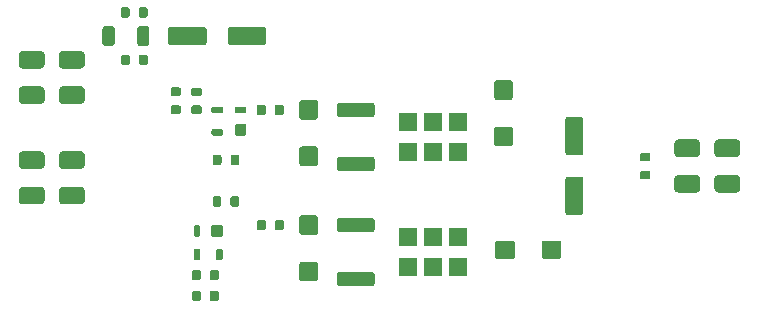
<source format=gbr>
G04 #@! TF.GenerationSoftware,KiCad,Pcbnew,(5.1.5)-3*
G04 #@! TF.CreationDate,2021-01-14T16:52:46-05:00*
G04 #@! TF.ProjectId,MOSFET_test_board,4d4f5346-4554-45f7-9465-73745f626f61,rev?*
G04 #@! TF.SameCoordinates,Original*
G04 #@! TF.FileFunction,Paste,Top*
G04 #@! TF.FilePolarity,Positive*
%FSLAX46Y46*%
G04 Gerber Fmt 4.6, Leading zero omitted, Abs format (unit mm)*
G04 Created by KiCad (PCBNEW (5.1.5)-3) date 2021-01-14 16:52:46*
%MOMM*%
%LPD*%
G04 APERTURE LIST*
%ADD10C,0.100000*%
%ADD11R,1.490000X1.620000*%
G04 APERTURE END LIST*
D10*
G36*
X80767397Y-58366690D02*
G01*
X80785349Y-58369353D01*
X80802953Y-58373763D01*
X80820040Y-58379877D01*
X80836446Y-58387636D01*
X80852012Y-58396966D01*
X80866589Y-58407777D01*
X80880036Y-58419964D01*
X80892223Y-58433411D01*
X80903034Y-58447988D01*
X80912364Y-58463554D01*
X80920123Y-58479960D01*
X80926237Y-58497047D01*
X80930647Y-58514651D01*
X80933310Y-58532603D01*
X80934200Y-58550729D01*
X80934200Y-58929271D01*
X80933310Y-58947397D01*
X80930647Y-58965349D01*
X80926237Y-58982953D01*
X80920123Y-59000040D01*
X80912364Y-59016446D01*
X80903034Y-59032012D01*
X80892223Y-59046589D01*
X80880036Y-59060036D01*
X80866589Y-59072223D01*
X80852012Y-59083034D01*
X80836446Y-59092364D01*
X80820040Y-59100123D01*
X80802953Y-59106237D01*
X80785349Y-59110647D01*
X80767397Y-59113310D01*
X80749271Y-59114200D01*
X80250729Y-59114200D01*
X80232603Y-59113310D01*
X80214651Y-59110647D01*
X80197047Y-59106237D01*
X80179960Y-59100123D01*
X80163554Y-59092364D01*
X80147988Y-59083034D01*
X80133411Y-59072223D01*
X80119964Y-59060036D01*
X80107777Y-59046589D01*
X80096966Y-59032012D01*
X80087636Y-59016446D01*
X80079877Y-59000040D01*
X80073763Y-58982953D01*
X80069353Y-58965349D01*
X80066690Y-58947397D01*
X80065800Y-58929271D01*
X80065800Y-58550729D01*
X80066690Y-58532603D01*
X80069353Y-58514651D01*
X80073763Y-58497047D01*
X80079877Y-58479960D01*
X80087636Y-58463554D01*
X80096966Y-58447988D01*
X80107777Y-58433411D01*
X80119964Y-58419964D01*
X80133411Y-58407777D01*
X80147988Y-58396966D01*
X80163554Y-58387636D01*
X80179960Y-58379877D01*
X80197047Y-58373763D01*
X80214651Y-58369353D01*
X80232603Y-58366690D01*
X80250729Y-58365800D01*
X80749271Y-58365800D01*
X80767397Y-58366690D01*
G37*
G36*
X80767397Y-59886690D02*
G01*
X80785349Y-59889353D01*
X80802953Y-59893763D01*
X80820040Y-59899877D01*
X80836446Y-59907636D01*
X80852012Y-59916966D01*
X80866589Y-59927777D01*
X80880036Y-59939964D01*
X80892223Y-59953411D01*
X80903034Y-59967988D01*
X80912364Y-59983554D01*
X80920123Y-59999960D01*
X80926237Y-60017047D01*
X80930647Y-60034651D01*
X80933310Y-60052603D01*
X80934200Y-60070729D01*
X80934200Y-60449271D01*
X80933310Y-60467397D01*
X80930647Y-60485349D01*
X80926237Y-60502953D01*
X80920123Y-60520040D01*
X80912364Y-60536446D01*
X80903034Y-60552012D01*
X80892223Y-60566589D01*
X80880036Y-60580036D01*
X80866589Y-60592223D01*
X80852012Y-60603034D01*
X80836446Y-60612364D01*
X80820040Y-60620123D01*
X80802953Y-60626237D01*
X80785349Y-60630647D01*
X80767397Y-60633310D01*
X80749271Y-60634200D01*
X80250729Y-60634200D01*
X80232603Y-60633310D01*
X80214651Y-60630647D01*
X80197047Y-60626237D01*
X80179960Y-60620123D01*
X80163554Y-60612364D01*
X80147988Y-60603034D01*
X80133411Y-60592223D01*
X80119964Y-60580036D01*
X80107777Y-60566589D01*
X80096966Y-60552012D01*
X80087636Y-60536446D01*
X80079877Y-60520040D01*
X80073763Y-60502953D01*
X80069353Y-60485349D01*
X80066690Y-60467397D01*
X80065800Y-60449271D01*
X80065800Y-60070729D01*
X80066690Y-60052603D01*
X80069353Y-60034651D01*
X80073763Y-60017047D01*
X80079877Y-59999960D01*
X80087636Y-59983554D01*
X80096966Y-59967988D01*
X80107777Y-59953411D01*
X80119964Y-59939964D01*
X80133411Y-59927777D01*
X80147988Y-59916966D01*
X80163554Y-59907636D01*
X80179960Y-59899877D01*
X80197047Y-59893763D01*
X80214651Y-59889353D01*
X80232603Y-59886690D01*
X80250729Y-59885800D01*
X80749271Y-59885800D01*
X80767397Y-59886690D01*
G37*
G36*
X84811317Y-60252604D02*
G01*
X84847681Y-60257998D01*
X84883341Y-60266930D01*
X84917953Y-60279315D01*
X84951185Y-60295032D01*
X84982717Y-60313931D01*
X85012244Y-60335830D01*
X85039482Y-60360518D01*
X85064170Y-60387756D01*
X85086069Y-60417283D01*
X85104968Y-60448815D01*
X85120685Y-60482047D01*
X85133070Y-60516659D01*
X85142002Y-60552319D01*
X85147396Y-60588683D01*
X85149200Y-60625400D01*
X85149200Y-61374600D01*
X85147396Y-61411317D01*
X85142002Y-61447681D01*
X85133070Y-61483341D01*
X85120685Y-61517953D01*
X85104968Y-61551185D01*
X85086069Y-61582717D01*
X85064170Y-61612244D01*
X85039482Y-61639482D01*
X85012244Y-61664170D01*
X84982717Y-61686069D01*
X84951185Y-61704968D01*
X84917953Y-61720685D01*
X84883341Y-61733070D01*
X84847681Y-61742002D01*
X84811317Y-61747396D01*
X84774600Y-61749200D01*
X83325400Y-61749200D01*
X83288683Y-61747396D01*
X83252319Y-61742002D01*
X83216659Y-61733070D01*
X83182047Y-61720685D01*
X83148815Y-61704968D01*
X83117283Y-61686069D01*
X83087756Y-61664170D01*
X83060518Y-61639482D01*
X83035830Y-61612244D01*
X83013931Y-61582717D01*
X82995032Y-61551185D01*
X82979315Y-61517953D01*
X82966930Y-61483341D01*
X82957998Y-61447681D01*
X82952604Y-61411317D01*
X82950800Y-61374600D01*
X82950800Y-60625400D01*
X82952604Y-60588683D01*
X82957998Y-60552319D01*
X82966930Y-60516659D01*
X82979315Y-60482047D01*
X82995032Y-60448815D01*
X83013931Y-60417283D01*
X83035830Y-60387756D01*
X83060518Y-60360518D01*
X83087756Y-60335830D01*
X83117283Y-60313931D01*
X83148815Y-60295032D01*
X83182047Y-60279315D01*
X83216659Y-60266930D01*
X83252319Y-60257998D01*
X83288683Y-60252604D01*
X83325400Y-60250800D01*
X84774600Y-60250800D01*
X84811317Y-60252604D01*
G37*
G36*
X84811317Y-57252604D02*
G01*
X84847681Y-57257998D01*
X84883341Y-57266930D01*
X84917953Y-57279315D01*
X84951185Y-57295032D01*
X84982717Y-57313931D01*
X85012244Y-57335830D01*
X85039482Y-57360518D01*
X85064170Y-57387756D01*
X85086069Y-57417283D01*
X85104968Y-57448815D01*
X85120685Y-57482047D01*
X85133070Y-57516659D01*
X85142002Y-57552319D01*
X85147396Y-57588683D01*
X85149200Y-57625400D01*
X85149200Y-58374600D01*
X85147396Y-58411317D01*
X85142002Y-58447681D01*
X85133070Y-58483341D01*
X85120685Y-58517953D01*
X85104968Y-58551185D01*
X85086069Y-58582717D01*
X85064170Y-58612244D01*
X85039482Y-58639482D01*
X85012244Y-58664170D01*
X84982717Y-58686069D01*
X84951185Y-58704968D01*
X84917953Y-58720685D01*
X84883341Y-58733070D01*
X84847681Y-58742002D01*
X84811317Y-58747396D01*
X84774600Y-58749200D01*
X83325400Y-58749200D01*
X83288683Y-58747396D01*
X83252319Y-58742002D01*
X83216659Y-58733070D01*
X83182047Y-58720685D01*
X83148815Y-58704968D01*
X83117283Y-58686069D01*
X83087756Y-58664170D01*
X83060518Y-58639482D01*
X83035830Y-58612244D01*
X83013931Y-58582717D01*
X82995032Y-58551185D01*
X82979315Y-58517953D01*
X82966930Y-58483341D01*
X82957998Y-58447681D01*
X82952604Y-58411317D01*
X82950800Y-58374600D01*
X82950800Y-57625400D01*
X82952604Y-57588683D01*
X82957998Y-57552319D01*
X82966930Y-57516659D01*
X82979315Y-57482047D01*
X82995032Y-57448815D01*
X83013931Y-57417283D01*
X83035830Y-57387756D01*
X83060518Y-57360518D01*
X83087756Y-57335830D01*
X83117283Y-57313931D01*
X83148815Y-57295032D01*
X83182047Y-57279315D01*
X83216659Y-57266930D01*
X83252319Y-57257998D01*
X83288683Y-57252604D01*
X83325400Y-57250800D01*
X84774600Y-57250800D01*
X84811317Y-57252604D01*
G37*
G36*
X88211317Y-60252604D02*
G01*
X88247681Y-60257998D01*
X88283341Y-60266930D01*
X88317953Y-60279315D01*
X88351185Y-60295032D01*
X88382717Y-60313931D01*
X88412244Y-60335830D01*
X88439482Y-60360518D01*
X88464170Y-60387756D01*
X88486069Y-60417283D01*
X88504968Y-60448815D01*
X88520685Y-60482047D01*
X88533070Y-60516659D01*
X88542002Y-60552319D01*
X88547396Y-60588683D01*
X88549200Y-60625400D01*
X88549200Y-61374600D01*
X88547396Y-61411317D01*
X88542002Y-61447681D01*
X88533070Y-61483341D01*
X88520685Y-61517953D01*
X88504968Y-61551185D01*
X88486069Y-61582717D01*
X88464170Y-61612244D01*
X88439482Y-61639482D01*
X88412244Y-61664170D01*
X88382717Y-61686069D01*
X88351185Y-61704968D01*
X88317953Y-61720685D01*
X88283341Y-61733070D01*
X88247681Y-61742002D01*
X88211317Y-61747396D01*
X88174600Y-61749200D01*
X86725400Y-61749200D01*
X86688683Y-61747396D01*
X86652319Y-61742002D01*
X86616659Y-61733070D01*
X86582047Y-61720685D01*
X86548815Y-61704968D01*
X86517283Y-61686069D01*
X86487756Y-61664170D01*
X86460518Y-61639482D01*
X86435830Y-61612244D01*
X86413931Y-61582717D01*
X86395032Y-61551185D01*
X86379315Y-61517953D01*
X86366930Y-61483341D01*
X86357998Y-61447681D01*
X86352604Y-61411317D01*
X86350800Y-61374600D01*
X86350800Y-60625400D01*
X86352604Y-60588683D01*
X86357998Y-60552319D01*
X86366930Y-60516659D01*
X86379315Y-60482047D01*
X86395032Y-60448815D01*
X86413931Y-60417283D01*
X86435830Y-60387756D01*
X86460518Y-60360518D01*
X86487756Y-60335830D01*
X86517283Y-60313931D01*
X86548815Y-60295032D01*
X86582047Y-60279315D01*
X86616659Y-60266930D01*
X86652319Y-60257998D01*
X86688683Y-60252604D01*
X86725400Y-60250800D01*
X88174600Y-60250800D01*
X88211317Y-60252604D01*
G37*
G36*
X88211317Y-57252604D02*
G01*
X88247681Y-57257998D01*
X88283341Y-57266930D01*
X88317953Y-57279315D01*
X88351185Y-57295032D01*
X88382717Y-57313931D01*
X88412244Y-57335830D01*
X88439482Y-57360518D01*
X88464170Y-57387756D01*
X88486069Y-57417283D01*
X88504968Y-57448815D01*
X88520685Y-57482047D01*
X88533070Y-57516659D01*
X88542002Y-57552319D01*
X88547396Y-57588683D01*
X88549200Y-57625400D01*
X88549200Y-58374600D01*
X88547396Y-58411317D01*
X88542002Y-58447681D01*
X88533070Y-58483341D01*
X88520685Y-58517953D01*
X88504968Y-58551185D01*
X88486069Y-58582717D01*
X88464170Y-58612244D01*
X88439482Y-58639482D01*
X88412244Y-58664170D01*
X88382717Y-58686069D01*
X88351185Y-58704968D01*
X88317953Y-58720685D01*
X88283341Y-58733070D01*
X88247681Y-58742002D01*
X88211317Y-58747396D01*
X88174600Y-58749200D01*
X86725400Y-58749200D01*
X86688683Y-58747396D01*
X86652319Y-58742002D01*
X86616659Y-58733070D01*
X86582047Y-58720685D01*
X86548815Y-58704968D01*
X86517283Y-58686069D01*
X86487756Y-58664170D01*
X86460518Y-58639482D01*
X86435830Y-58612244D01*
X86413931Y-58582717D01*
X86395032Y-58551185D01*
X86379315Y-58517953D01*
X86366930Y-58483341D01*
X86357998Y-58447681D01*
X86352604Y-58411317D01*
X86350800Y-58374600D01*
X86350800Y-57625400D01*
X86352604Y-57588683D01*
X86357998Y-57552319D01*
X86366930Y-57516659D01*
X86379315Y-57482047D01*
X86395032Y-57448815D01*
X86413931Y-57417283D01*
X86435830Y-57387756D01*
X86460518Y-57360518D01*
X86487756Y-57335830D01*
X86517283Y-57313931D01*
X86548815Y-57295032D01*
X86582047Y-57279315D01*
X86616659Y-57266930D01*
X86652319Y-57257998D01*
X86688683Y-57252604D01*
X86725400Y-57250800D01*
X88174600Y-57250800D01*
X88211317Y-57252604D01*
G37*
G36*
X32711317Y-58252604D02*
G01*
X32747681Y-58257998D01*
X32783341Y-58266930D01*
X32817953Y-58279315D01*
X32851185Y-58295032D01*
X32882717Y-58313931D01*
X32912244Y-58335830D01*
X32939482Y-58360518D01*
X32964170Y-58387756D01*
X32986069Y-58417283D01*
X33004968Y-58448815D01*
X33020685Y-58482047D01*
X33033070Y-58516659D01*
X33042002Y-58552319D01*
X33047396Y-58588683D01*
X33049200Y-58625400D01*
X33049200Y-59374600D01*
X33047396Y-59411317D01*
X33042002Y-59447681D01*
X33033070Y-59483341D01*
X33020685Y-59517953D01*
X33004968Y-59551185D01*
X32986069Y-59582717D01*
X32964170Y-59612244D01*
X32939482Y-59639482D01*
X32912244Y-59664170D01*
X32882717Y-59686069D01*
X32851185Y-59704968D01*
X32817953Y-59720685D01*
X32783341Y-59733070D01*
X32747681Y-59742002D01*
X32711317Y-59747396D01*
X32674600Y-59749200D01*
X31225400Y-59749200D01*
X31188683Y-59747396D01*
X31152319Y-59742002D01*
X31116659Y-59733070D01*
X31082047Y-59720685D01*
X31048815Y-59704968D01*
X31017283Y-59686069D01*
X30987756Y-59664170D01*
X30960518Y-59639482D01*
X30935830Y-59612244D01*
X30913931Y-59582717D01*
X30895032Y-59551185D01*
X30879315Y-59517953D01*
X30866930Y-59483341D01*
X30857998Y-59447681D01*
X30852604Y-59411317D01*
X30850800Y-59374600D01*
X30850800Y-58625400D01*
X30852604Y-58588683D01*
X30857998Y-58552319D01*
X30866930Y-58516659D01*
X30879315Y-58482047D01*
X30895032Y-58448815D01*
X30913931Y-58417283D01*
X30935830Y-58387756D01*
X30960518Y-58360518D01*
X30987756Y-58335830D01*
X31017283Y-58313931D01*
X31048815Y-58295032D01*
X31082047Y-58279315D01*
X31116659Y-58266930D01*
X31152319Y-58257998D01*
X31188683Y-58252604D01*
X31225400Y-58250800D01*
X32674600Y-58250800D01*
X32711317Y-58252604D01*
G37*
G36*
X32711317Y-61252604D02*
G01*
X32747681Y-61257998D01*
X32783341Y-61266930D01*
X32817953Y-61279315D01*
X32851185Y-61295032D01*
X32882717Y-61313931D01*
X32912244Y-61335830D01*
X32939482Y-61360518D01*
X32964170Y-61387756D01*
X32986069Y-61417283D01*
X33004968Y-61448815D01*
X33020685Y-61482047D01*
X33033070Y-61516659D01*
X33042002Y-61552319D01*
X33047396Y-61588683D01*
X33049200Y-61625400D01*
X33049200Y-62374600D01*
X33047396Y-62411317D01*
X33042002Y-62447681D01*
X33033070Y-62483341D01*
X33020685Y-62517953D01*
X33004968Y-62551185D01*
X32986069Y-62582717D01*
X32964170Y-62612244D01*
X32939482Y-62639482D01*
X32912244Y-62664170D01*
X32882717Y-62686069D01*
X32851185Y-62704968D01*
X32817953Y-62720685D01*
X32783341Y-62733070D01*
X32747681Y-62742002D01*
X32711317Y-62747396D01*
X32674600Y-62749200D01*
X31225400Y-62749200D01*
X31188683Y-62747396D01*
X31152319Y-62742002D01*
X31116659Y-62733070D01*
X31082047Y-62720685D01*
X31048815Y-62704968D01*
X31017283Y-62686069D01*
X30987756Y-62664170D01*
X30960518Y-62639482D01*
X30935830Y-62612244D01*
X30913931Y-62582717D01*
X30895032Y-62551185D01*
X30879315Y-62517953D01*
X30866930Y-62483341D01*
X30857998Y-62447681D01*
X30852604Y-62411317D01*
X30850800Y-62374600D01*
X30850800Y-61625400D01*
X30852604Y-61588683D01*
X30857998Y-61552319D01*
X30866930Y-61516659D01*
X30879315Y-61482047D01*
X30895032Y-61448815D01*
X30913931Y-61417283D01*
X30935830Y-61387756D01*
X30960518Y-61360518D01*
X30987756Y-61335830D01*
X31017283Y-61313931D01*
X31048815Y-61295032D01*
X31082047Y-61279315D01*
X31116659Y-61266930D01*
X31152319Y-61257998D01*
X31188683Y-61252604D01*
X31225400Y-61250800D01*
X32674600Y-61250800D01*
X32711317Y-61252604D01*
G37*
G36*
X29311317Y-58252604D02*
G01*
X29347681Y-58257998D01*
X29383341Y-58266930D01*
X29417953Y-58279315D01*
X29451185Y-58295032D01*
X29482717Y-58313931D01*
X29512244Y-58335830D01*
X29539482Y-58360518D01*
X29564170Y-58387756D01*
X29586069Y-58417283D01*
X29604968Y-58448815D01*
X29620685Y-58482047D01*
X29633070Y-58516659D01*
X29642002Y-58552319D01*
X29647396Y-58588683D01*
X29649200Y-58625400D01*
X29649200Y-59374600D01*
X29647396Y-59411317D01*
X29642002Y-59447681D01*
X29633070Y-59483341D01*
X29620685Y-59517953D01*
X29604968Y-59551185D01*
X29586069Y-59582717D01*
X29564170Y-59612244D01*
X29539482Y-59639482D01*
X29512244Y-59664170D01*
X29482717Y-59686069D01*
X29451185Y-59704968D01*
X29417953Y-59720685D01*
X29383341Y-59733070D01*
X29347681Y-59742002D01*
X29311317Y-59747396D01*
X29274600Y-59749200D01*
X27825400Y-59749200D01*
X27788683Y-59747396D01*
X27752319Y-59742002D01*
X27716659Y-59733070D01*
X27682047Y-59720685D01*
X27648815Y-59704968D01*
X27617283Y-59686069D01*
X27587756Y-59664170D01*
X27560518Y-59639482D01*
X27535830Y-59612244D01*
X27513931Y-59582717D01*
X27495032Y-59551185D01*
X27479315Y-59517953D01*
X27466930Y-59483341D01*
X27457998Y-59447681D01*
X27452604Y-59411317D01*
X27450800Y-59374600D01*
X27450800Y-58625400D01*
X27452604Y-58588683D01*
X27457998Y-58552319D01*
X27466930Y-58516659D01*
X27479315Y-58482047D01*
X27495032Y-58448815D01*
X27513931Y-58417283D01*
X27535830Y-58387756D01*
X27560518Y-58360518D01*
X27587756Y-58335830D01*
X27617283Y-58313931D01*
X27648815Y-58295032D01*
X27682047Y-58279315D01*
X27716659Y-58266930D01*
X27752319Y-58257998D01*
X27788683Y-58252604D01*
X27825400Y-58250800D01*
X29274600Y-58250800D01*
X29311317Y-58252604D01*
G37*
G36*
X29311317Y-61252604D02*
G01*
X29347681Y-61257998D01*
X29383341Y-61266930D01*
X29417953Y-61279315D01*
X29451185Y-61295032D01*
X29482717Y-61313931D01*
X29512244Y-61335830D01*
X29539482Y-61360518D01*
X29564170Y-61387756D01*
X29586069Y-61417283D01*
X29604968Y-61448815D01*
X29620685Y-61482047D01*
X29633070Y-61516659D01*
X29642002Y-61552319D01*
X29647396Y-61588683D01*
X29649200Y-61625400D01*
X29649200Y-62374600D01*
X29647396Y-62411317D01*
X29642002Y-62447681D01*
X29633070Y-62483341D01*
X29620685Y-62517953D01*
X29604968Y-62551185D01*
X29586069Y-62582717D01*
X29564170Y-62612244D01*
X29539482Y-62639482D01*
X29512244Y-62664170D01*
X29482717Y-62686069D01*
X29451185Y-62704968D01*
X29417953Y-62720685D01*
X29383341Y-62733070D01*
X29347681Y-62742002D01*
X29311317Y-62747396D01*
X29274600Y-62749200D01*
X27825400Y-62749200D01*
X27788683Y-62747396D01*
X27752319Y-62742002D01*
X27716659Y-62733070D01*
X27682047Y-62720685D01*
X27648815Y-62704968D01*
X27617283Y-62686069D01*
X27587756Y-62664170D01*
X27560518Y-62639482D01*
X27535830Y-62612244D01*
X27513931Y-62582717D01*
X27495032Y-62551185D01*
X27479315Y-62517953D01*
X27466930Y-62483341D01*
X27457998Y-62447681D01*
X27452604Y-62411317D01*
X27450800Y-62374600D01*
X27450800Y-61625400D01*
X27452604Y-61588683D01*
X27457998Y-61552319D01*
X27466930Y-61516659D01*
X27479315Y-61482047D01*
X27495032Y-61448815D01*
X27513931Y-61417283D01*
X27535830Y-61387756D01*
X27560518Y-61360518D01*
X27587756Y-61335830D01*
X27617283Y-61313931D01*
X27648815Y-61295032D01*
X27682047Y-61279315D01*
X27716659Y-61266930D01*
X27752319Y-61257998D01*
X27788683Y-61252604D01*
X27825400Y-61250800D01*
X29274600Y-61250800D01*
X29311317Y-61252604D01*
G37*
G36*
X29311317Y-52752604D02*
G01*
X29347681Y-52757998D01*
X29383341Y-52766930D01*
X29417953Y-52779315D01*
X29451185Y-52795032D01*
X29482717Y-52813931D01*
X29512244Y-52835830D01*
X29539482Y-52860518D01*
X29564170Y-52887756D01*
X29586069Y-52917283D01*
X29604968Y-52948815D01*
X29620685Y-52982047D01*
X29633070Y-53016659D01*
X29642002Y-53052319D01*
X29647396Y-53088683D01*
X29649200Y-53125400D01*
X29649200Y-53874600D01*
X29647396Y-53911317D01*
X29642002Y-53947681D01*
X29633070Y-53983341D01*
X29620685Y-54017953D01*
X29604968Y-54051185D01*
X29586069Y-54082717D01*
X29564170Y-54112244D01*
X29539482Y-54139482D01*
X29512244Y-54164170D01*
X29482717Y-54186069D01*
X29451185Y-54204968D01*
X29417953Y-54220685D01*
X29383341Y-54233070D01*
X29347681Y-54242002D01*
X29311317Y-54247396D01*
X29274600Y-54249200D01*
X27825400Y-54249200D01*
X27788683Y-54247396D01*
X27752319Y-54242002D01*
X27716659Y-54233070D01*
X27682047Y-54220685D01*
X27648815Y-54204968D01*
X27617283Y-54186069D01*
X27587756Y-54164170D01*
X27560518Y-54139482D01*
X27535830Y-54112244D01*
X27513931Y-54082717D01*
X27495032Y-54051185D01*
X27479315Y-54017953D01*
X27466930Y-53983341D01*
X27457998Y-53947681D01*
X27452604Y-53911317D01*
X27450800Y-53874600D01*
X27450800Y-53125400D01*
X27452604Y-53088683D01*
X27457998Y-53052319D01*
X27466930Y-53016659D01*
X27479315Y-52982047D01*
X27495032Y-52948815D01*
X27513931Y-52917283D01*
X27535830Y-52887756D01*
X27560518Y-52860518D01*
X27587756Y-52835830D01*
X27617283Y-52813931D01*
X27648815Y-52795032D01*
X27682047Y-52779315D01*
X27716659Y-52766930D01*
X27752319Y-52757998D01*
X27788683Y-52752604D01*
X27825400Y-52750800D01*
X29274600Y-52750800D01*
X29311317Y-52752604D01*
G37*
G36*
X29311317Y-49752604D02*
G01*
X29347681Y-49757998D01*
X29383341Y-49766930D01*
X29417953Y-49779315D01*
X29451185Y-49795032D01*
X29482717Y-49813931D01*
X29512244Y-49835830D01*
X29539482Y-49860518D01*
X29564170Y-49887756D01*
X29586069Y-49917283D01*
X29604968Y-49948815D01*
X29620685Y-49982047D01*
X29633070Y-50016659D01*
X29642002Y-50052319D01*
X29647396Y-50088683D01*
X29649200Y-50125400D01*
X29649200Y-50874600D01*
X29647396Y-50911317D01*
X29642002Y-50947681D01*
X29633070Y-50983341D01*
X29620685Y-51017953D01*
X29604968Y-51051185D01*
X29586069Y-51082717D01*
X29564170Y-51112244D01*
X29539482Y-51139482D01*
X29512244Y-51164170D01*
X29482717Y-51186069D01*
X29451185Y-51204968D01*
X29417953Y-51220685D01*
X29383341Y-51233070D01*
X29347681Y-51242002D01*
X29311317Y-51247396D01*
X29274600Y-51249200D01*
X27825400Y-51249200D01*
X27788683Y-51247396D01*
X27752319Y-51242002D01*
X27716659Y-51233070D01*
X27682047Y-51220685D01*
X27648815Y-51204968D01*
X27617283Y-51186069D01*
X27587756Y-51164170D01*
X27560518Y-51139482D01*
X27535830Y-51112244D01*
X27513931Y-51082717D01*
X27495032Y-51051185D01*
X27479315Y-51017953D01*
X27466930Y-50983341D01*
X27457998Y-50947681D01*
X27452604Y-50911317D01*
X27450800Y-50874600D01*
X27450800Y-50125400D01*
X27452604Y-50088683D01*
X27457998Y-50052319D01*
X27466930Y-50016659D01*
X27479315Y-49982047D01*
X27495032Y-49948815D01*
X27513931Y-49917283D01*
X27535830Y-49887756D01*
X27560518Y-49860518D01*
X27587756Y-49835830D01*
X27617283Y-49813931D01*
X27648815Y-49795032D01*
X27682047Y-49779315D01*
X27716659Y-49766930D01*
X27752319Y-49757998D01*
X27788683Y-49752604D01*
X27825400Y-49750800D01*
X29274600Y-49750800D01*
X29311317Y-49752604D01*
G37*
G36*
X32711317Y-52752604D02*
G01*
X32747681Y-52757998D01*
X32783341Y-52766930D01*
X32817953Y-52779315D01*
X32851185Y-52795032D01*
X32882717Y-52813931D01*
X32912244Y-52835830D01*
X32939482Y-52860518D01*
X32964170Y-52887756D01*
X32986069Y-52917283D01*
X33004968Y-52948815D01*
X33020685Y-52982047D01*
X33033070Y-53016659D01*
X33042002Y-53052319D01*
X33047396Y-53088683D01*
X33049200Y-53125400D01*
X33049200Y-53874600D01*
X33047396Y-53911317D01*
X33042002Y-53947681D01*
X33033070Y-53983341D01*
X33020685Y-54017953D01*
X33004968Y-54051185D01*
X32986069Y-54082717D01*
X32964170Y-54112244D01*
X32939482Y-54139482D01*
X32912244Y-54164170D01*
X32882717Y-54186069D01*
X32851185Y-54204968D01*
X32817953Y-54220685D01*
X32783341Y-54233070D01*
X32747681Y-54242002D01*
X32711317Y-54247396D01*
X32674600Y-54249200D01*
X31225400Y-54249200D01*
X31188683Y-54247396D01*
X31152319Y-54242002D01*
X31116659Y-54233070D01*
X31082047Y-54220685D01*
X31048815Y-54204968D01*
X31017283Y-54186069D01*
X30987756Y-54164170D01*
X30960518Y-54139482D01*
X30935830Y-54112244D01*
X30913931Y-54082717D01*
X30895032Y-54051185D01*
X30879315Y-54017953D01*
X30866930Y-53983341D01*
X30857998Y-53947681D01*
X30852604Y-53911317D01*
X30850800Y-53874600D01*
X30850800Y-53125400D01*
X30852604Y-53088683D01*
X30857998Y-53052319D01*
X30866930Y-53016659D01*
X30879315Y-52982047D01*
X30895032Y-52948815D01*
X30913931Y-52917283D01*
X30935830Y-52887756D01*
X30960518Y-52860518D01*
X30987756Y-52835830D01*
X31017283Y-52813931D01*
X31048815Y-52795032D01*
X31082047Y-52779315D01*
X31116659Y-52766930D01*
X31152319Y-52757998D01*
X31188683Y-52752604D01*
X31225400Y-52750800D01*
X32674600Y-52750800D01*
X32711317Y-52752604D01*
G37*
G36*
X32711317Y-49752604D02*
G01*
X32747681Y-49757998D01*
X32783341Y-49766930D01*
X32817953Y-49779315D01*
X32851185Y-49795032D01*
X32882717Y-49813931D01*
X32912244Y-49835830D01*
X32939482Y-49860518D01*
X32964170Y-49887756D01*
X32986069Y-49917283D01*
X33004968Y-49948815D01*
X33020685Y-49982047D01*
X33033070Y-50016659D01*
X33042002Y-50052319D01*
X33047396Y-50088683D01*
X33049200Y-50125400D01*
X33049200Y-50874600D01*
X33047396Y-50911317D01*
X33042002Y-50947681D01*
X33033070Y-50983341D01*
X33020685Y-51017953D01*
X33004968Y-51051185D01*
X32986069Y-51082717D01*
X32964170Y-51112244D01*
X32939482Y-51139482D01*
X32912244Y-51164170D01*
X32882717Y-51186069D01*
X32851185Y-51204968D01*
X32817953Y-51220685D01*
X32783341Y-51233070D01*
X32747681Y-51242002D01*
X32711317Y-51247396D01*
X32674600Y-51249200D01*
X31225400Y-51249200D01*
X31188683Y-51247396D01*
X31152319Y-51242002D01*
X31116659Y-51233070D01*
X31082047Y-51220685D01*
X31048815Y-51204968D01*
X31017283Y-51186069D01*
X30987756Y-51164170D01*
X30960518Y-51139482D01*
X30935830Y-51112244D01*
X30913931Y-51082717D01*
X30895032Y-51051185D01*
X30879315Y-51017953D01*
X30866930Y-50983341D01*
X30857998Y-50947681D01*
X30852604Y-50911317D01*
X30850800Y-50874600D01*
X30850800Y-50125400D01*
X30852604Y-50088683D01*
X30857998Y-50052319D01*
X30866930Y-50016659D01*
X30879315Y-49982047D01*
X30895032Y-49948815D01*
X30913931Y-49917283D01*
X30935830Y-49887756D01*
X30960518Y-49860518D01*
X30987756Y-49835830D01*
X31017283Y-49813931D01*
X31048815Y-49795032D01*
X31082047Y-49779315D01*
X31116659Y-49766930D01*
X31152319Y-49757998D01*
X31188683Y-49752604D01*
X31225400Y-49750800D01*
X32674600Y-49750800D01*
X32711317Y-49752604D01*
G37*
G36*
X44590541Y-64526540D02*
G01*
X44605464Y-64528754D01*
X44620098Y-64532419D01*
X44634302Y-64537502D01*
X44647939Y-64543952D01*
X44660879Y-64551708D01*
X44672996Y-64560694D01*
X44684174Y-64570826D01*
X44694306Y-64582004D01*
X44703292Y-64594121D01*
X44711048Y-64607061D01*
X44717498Y-64620698D01*
X44722581Y-64634902D01*
X44726246Y-64649536D01*
X44728460Y-64664459D01*
X44729200Y-64679527D01*
X44729200Y-65330473D01*
X44728460Y-65345541D01*
X44726246Y-65360464D01*
X44722581Y-65375098D01*
X44717498Y-65389302D01*
X44711048Y-65402939D01*
X44703292Y-65415879D01*
X44694306Y-65427996D01*
X44684174Y-65439174D01*
X44672996Y-65449306D01*
X44660879Y-65458292D01*
X44647939Y-65466048D01*
X44634302Y-65472498D01*
X44620098Y-65477581D01*
X44605464Y-65481246D01*
X44590541Y-65483460D01*
X44575473Y-65484200D01*
X43914527Y-65484200D01*
X43899459Y-65483460D01*
X43884536Y-65481246D01*
X43869902Y-65477581D01*
X43855698Y-65472498D01*
X43842061Y-65466048D01*
X43829121Y-65458292D01*
X43817004Y-65449306D01*
X43805826Y-65439174D01*
X43795694Y-65427996D01*
X43786708Y-65415879D01*
X43778952Y-65402939D01*
X43772502Y-65389302D01*
X43767419Y-65375098D01*
X43763754Y-65360464D01*
X43761540Y-65345541D01*
X43760800Y-65330473D01*
X43760800Y-64679527D01*
X43761540Y-64664459D01*
X43763754Y-64649536D01*
X43767419Y-64634902D01*
X43772502Y-64620698D01*
X43778952Y-64607061D01*
X43786708Y-64594121D01*
X43795694Y-64582004D01*
X43805826Y-64570826D01*
X43817004Y-64560694D01*
X43829121Y-64551708D01*
X43842061Y-64543952D01*
X43855698Y-64537502D01*
X43869902Y-64532419D01*
X43884536Y-64528754D01*
X43899459Y-64526540D01*
X43914527Y-64525800D01*
X44575473Y-64525800D01*
X44590541Y-64526540D01*
G37*
G36*
X42699456Y-64526493D02*
G01*
X42713419Y-64528564D01*
X42727112Y-64531994D01*
X42740403Y-64536749D01*
X42753164Y-64542785D01*
X42765272Y-64550042D01*
X42776610Y-64558451D01*
X42787069Y-64567931D01*
X42796549Y-64578390D01*
X42804958Y-64589728D01*
X42812215Y-64601836D01*
X42818251Y-64614597D01*
X42823006Y-64627888D01*
X42826436Y-64641581D01*
X42828507Y-64655544D01*
X42829200Y-64669643D01*
X42829200Y-65340357D01*
X42828507Y-65354456D01*
X42826436Y-65368419D01*
X42823006Y-65382112D01*
X42818251Y-65395403D01*
X42812215Y-65408164D01*
X42804958Y-65420272D01*
X42796549Y-65431610D01*
X42787069Y-65442069D01*
X42776610Y-65451549D01*
X42765272Y-65459958D01*
X42753164Y-65467215D01*
X42740403Y-65473251D01*
X42727112Y-65478006D01*
X42713419Y-65481436D01*
X42699456Y-65483507D01*
X42685357Y-65484200D01*
X42414643Y-65484200D01*
X42400544Y-65483507D01*
X42386581Y-65481436D01*
X42372888Y-65478006D01*
X42359597Y-65473251D01*
X42346836Y-65467215D01*
X42334728Y-65459958D01*
X42323390Y-65451549D01*
X42312931Y-65442069D01*
X42303451Y-65431610D01*
X42295042Y-65420272D01*
X42287785Y-65408164D01*
X42281749Y-65395403D01*
X42276994Y-65382112D01*
X42273564Y-65368419D01*
X42271493Y-65354456D01*
X42270800Y-65340357D01*
X42270800Y-64669643D01*
X42271493Y-64655544D01*
X42273564Y-64641581D01*
X42276994Y-64627888D01*
X42281749Y-64614597D01*
X42287785Y-64601836D01*
X42295042Y-64589728D01*
X42303451Y-64578390D01*
X42312931Y-64567931D01*
X42323390Y-64558451D01*
X42334728Y-64550042D01*
X42346836Y-64542785D01*
X42359597Y-64536749D01*
X42372888Y-64531994D01*
X42386581Y-64528564D01*
X42400544Y-64526493D01*
X42414643Y-64525800D01*
X42685357Y-64525800D01*
X42699456Y-64526493D01*
G37*
G36*
X42699456Y-66516493D02*
G01*
X42713419Y-66518564D01*
X42727112Y-66521994D01*
X42740403Y-66526749D01*
X42753164Y-66532785D01*
X42765272Y-66540042D01*
X42776610Y-66548451D01*
X42787069Y-66557931D01*
X42796549Y-66568390D01*
X42804958Y-66579728D01*
X42812215Y-66591836D01*
X42818251Y-66604597D01*
X42823006Y-66617888D01*
X42826436Y-66631581D01*
X42828507Y-66645544D01*
X42829200Y-66659643D01*
X42829200Y-67330357D01*
X42828507Y-67344456D01*
X42826436Y-67358419D01*
X42823006Y-67372112D01*
X42818251Y-67385403D01*
X42812215Y-67398164D01*
X42804958Y-67410272D01*
X42796549Y-67421610D01*
X42787069Y-67432069D01*
X42776610Y-67441549D01*
X42765272Y-67449958D01*
X42753164Y-67457215D01*
X42740403Y-67463251D01*
X42727112Y-67468006D01*
X42713419Y-67471436D01*
X42699456Y-67473507D01*
X42685357Y-67474200D01*
X42414643Y-67474200D01*
X42400544Y-67473507D01*
X42386581Y-67471436D01*
X42372888Y-67468006D01*
X42359597Y-67463251D01*
X42346836Y-67457215D01*
X42334728Y-67449958D01*
X42323390Y-67441549D01*
X42312931Y-67432069D01*
X42303451Y-67421610D01*
X42295042Y-67410272D01*
X42287785Y-67398164D01*
X42281749Y-67385403D01*
X42276994Y-67372112D01*
X42273564Y-67358419D01*
X42271493Y-67344456D01*
X42270800Y-67330357D01*
X42270800Y-66659643D01*
X42271493Y-66645544D01*
X42273564Y-66631581D01*
X42276994Y-66617888D01*
X42281749Y-66604597D01*
X42287785Y-66591836D01*
X42295042Y-66579728D01*
X42303451Y-66568390D01*
X42312931Y-66557931D01*
X42323390Y-66548451D01*
X42334728Y-66540042D01*
X42346836Y-66532785D01*
X42359597Y-66526749D01*
X42372888Y-66521994D01*
X42386581Y-66518564D01*
X42400544Y-66516493D01*
X42414643Y-66515800D01*
X42685357Y-66515800D01*
X42699456Y-66516493D01*
G37*
G36*
X44599456Y-66516493D02*
G01*
X44613419Y-66518564D01*
X44627112Y-66521994D01*
X44640403Y-66526749D01*
X44653164Y-66532785D01*
X44665272Y-66540042D01*
X44676610Y-66548451D01*
X44687069Y-66557931D01*
X44696549Y-66568390D01*
X44704958Y-66579728D01*
X44712215Y-66591836D01*
X44718251Y-66604597D01*
X44723006Y-66617888D01*
X44726436Y-66631581D01*
X44728507Y-66645544D01*
X44729200Y-66659643D01*
X44729200Y-67330357D01*
X44728507Y-67344456D01*
X44726436Y-67358419D01*
X44723006Y-67372112D01*
X44718251Y-67385403D01*
X44712215Y-67398164D01*
X44704958Y-67410272D01*
X44696549Y-67421610D01*
X44687069Y-67432069D01*
X44676610Y-67441549D01*
X44665272Y-67449958D01*
X44653164Y-67457215D01*
X44640403Y-67463251D01*
X44627112Y-67468006D01*
X44613419Y-67471436D01*
X44599456Y-67473507D01*
X44585357Y-67474200D01*
X44314643Y-67474200D01*
X44300544Y-67473507D01*
X44286581Y-67471436D01*
X44272888Y-67468006D01*
X44259597Y-67463251D01*
X44246836Y-67457215D01*
X44234728Y-67449958D01*
X44223390Y-67441549D01*
X44212931Y-67432069D01*
X44203451Y-67421610D01*
X44195042Y-67410272D01*
X44187785Y-67398164D01*
X44181749Y-67385403D01*
X44176994Y-67372112D01*
X44173564Y-67358419D01*
X44171493Y-67344456D01*
X44170800Y-67330357D01*
X44170800Y-66659643D01*
X44171493Y-66645544D01*
X44173564Y-66631581D01*
X44176994Y-66617888D01*
X44181749Y-66604597D01*
X44187785Y-66591836D01*
X44195042Y-66579728D01*
X44203451Y-66568390D01*
X44212931Y-66557931D01*
X44223390Y-66548451D01*
X44234728Y-66540042D01*
X44246836Y-66532785D01*
X44259597Y-66526749D01*
X44272888Y-66521994D01*
X44286581Y-66518564D01*
X44300544Y-66516493D01*
X44314643Y-66515800D01*
X44585357Y-66515800D01*
X44599456Y-66516493D01*
G37*
G36*
X46585541Y-55961540D02*
G01*
X46600464Y-55963754D01*
X46615098Y-55967419D01*
X46629302Y-55972502D01*
X46642939Y-55978952D01*
X46655879Y-55986708D01*
X46667996Y-55995694D01*
X46679174Y-56005826D01*
X46689306Y-56017004D01*
X46698292Y-56029121D01*
X46706048Y-56042061D01*
X46712498Y-56055698D01*
X46717581Y-56069902D01*
X46721246Y-56084536D01*
X46723460Y-56099459D01*
X46724200Y-56114527D01*
X46724200Y-56775473D01*
X46723460Y-56790541D01*
X46721246Y-56805464D01*
X46717581Y-56820098D01*
X46712498Y-56834302D01*
X46706048Y-56847939D01*
X46698292Y-56860879D01*
X46689306Y-56872996D01*
X46679174Y-56884174D01*
X46667996Y-56894306D01*
X46655879Y-56903292D01*
X46642939Y-56911048D01*
X46629302Y-56917498D01*
X46615098Y-56922581D01*
X46600464Y-56926246D01*
X46585541Y-56928460D01*
X46570473Y-56929200D01*
X45919527Y-56929200D01*
X45904459Y-56928460D01*
X45889536Y-56926246D01*
X45874902Y-56922581D01*
X45860698Y-56917498D01*
X45847061Y-56911048D01*
X45834121Y-56903292D01*
X45822004Y-56894306D01*
X45810826Y-56884174D01*
X45800694Y-56872996D01*
X45791708Y-56860879D01*
X45783952Y-56847939D01*
X45777502Y-56834302D01*
X45772419Y-56820098D01*
X45768754Y-56805464D01*
X45766540Y-56790541D01*
X45765800Y-56775473D01*
X45765800Y-56114527D01*
X45766540Y-56099459D01*
X45768754Y-56084536D01*
X45772419Y-56069902D01*
X45777502Y-56055698D01*
X45783952Y-56042061D01*
X45791708Y-56029121D01*
X45800694Y-56017004D01*
X45810826Y-56005826D01*
X45822004Y-55995694D01*
X45834121Y-55986708D01*
X45847061Y-55978952D01*
X45860698Y-55972502D01*
X45874902Y-55967419D01*
X45889536Y-55963754D01*
X45904459Y-55961540D01*
X45919527Y-55960800D01*
X46570473Y-55960800D01*
X46585541Y-55961540D01*
G37*
G36*
X46594456Y-54471493D02*
G01*
X46608419Y-54473564D01*
X46622112Y-54476994D01*
X46635403Y-54481749D01*
X46648164Y-54487785D01*
X46660272Y-54495042D01*
X46671610Y-54503451D01*
X46682069Y-54512931D01*
X46691549Y-54523390D01*
X46699958Y-54534728D01*
X46707215Y-54546836D01*
X46713251Y-54559597D01*
X46718006Y-54572888D01*
X46721436Y-54586581D01*
X46723507Y-54600544D01*
X46724200Y-54614643D01*
X46724200Y-54885357D01*
X46723507Y-54899456D01*
X46721436Y-54913419D01*
X46718006Y-54927112D01*
X46713251Y-54940403D01*
X46707215Y-54953164D01*
X46699958Y-54965272D01*
X46691549Y-54976610D01*
X46682069Y-54987069D01*
X46671610Y-54996549D01*
X46660272Y-55004958D01*
X46648164Y-55012215D01*
X46635403Y-55018251D01*
X46622112Y-55023006D01*
X46608419Y-55026436D01*
X46594456Y-55028507D01*
X46580357Y-55029200D01*
X45909643Y-55029200D01*
X45895544Y-55028507D01*
X45881581Y-55026436D01*
X45867888Y-55023006D01*
X45854597Y-55018251D01*
X45841836Y-55012215D01*
X45829728Y-55004958D01*
X45818390Y-54996549D01*
X45807931Y-54987069D01*
X45798451Y-54976610D01*
X45790042Y-54965272D01*
X45782785Y-54953164D01*
X45776749Y-54940403D01*
X45771994Y-54927112D01*
X45768564Y-54913419D01*
X45766493Y-54899456D01*
X45765800Y-54885357D01*
X45765800Y-54614643D01*
X45766493Y-54600544D01*
X45768564Y-54586581D01*
X45771994Y-54572888D01*
X45776749Y-54559597D01*
X45782785Y-54546836D01*
X45790042Y-54534728D01*
X45798451Y-54523390D01*
X45807931Y-54512931D01*
X45818390Y-54503451D01*
X45829728Y-54495042D01*
X45841836Y-54487785D01*
X45854597Y-54481749D01*
X45867888Y-54476994D01*
X45881581Y-54473564D01*
X45895544Y-54471493D01*
X45909643Y-54470800D01*
X46580357Y-54470800D01*
X46594456Y-54471493D01*
G37*
G36*
X44604456Y-54471493D02*
G01*
X44618419Y-54473564D01*
X44632112Y-54476994D01*
X44645403Y-54481749D01*
X44658164Y-54487785D01*
X44670272Y-54495042D01*
X44681610Y-54503451D01*
X44692069Y-54512931D01*
X44701549Y-54523390D01*
X44709958Y-54534728D01*
X44717215Y-54546836D01*
X44723251Y-54559597D01*
X44728006Y-54572888D01*
X44731436Y-54586581D01*
X44733507Y-54600544D01*
X44734200Y-54614643D01*
X44734200Y-54885357D01*
X44733507Y-54899456D01*
X44731436Y-54913419D01*
X44728006Y-54927112D01*
X44723251Y-54940403D01*
X44717215Y-54953164D01*
X44709958Y-54965272D01*
X44701549Y-54976610D01*
X44692069Y-54987069D01*
X44681610Y-54996549D01*
X44670272Y-55004958D01*
X44658164Y-55012215D01*
X44645403Y-55018251D01*
X44632112Y-55023006D01*
X44618419Y-55026436D01*
X44604456Y-55028507D01*
X44590357Y-55029200D01*
X43919643Y-55029200D01*
X43905544Y-55028507D01*
X43891581Y-55026436D01*
X43877888Y-55023006D01*
X43864597Y-55018251D01*
X43851836Y-55012215D01*
X43839728Y-55004958D01*
X43828390Y-54996549D01*
X43817931Y-54987069D01*
X43808451Y-54976610D01*
X43800042Y-54965272D01*
X43792785Y-54953164D01*
X43786749Y-54940403D01*
X43781994Y-54927112D01*
X43778564Y-54913419D01*
X43776493Y-54899456D01*
X43775800Y-54885357D01*
X43775800Y-54614643D01*
X43776493Y-54600544D01*
X43778564Y-54586581D01*
X43781994Y-54572888D01*
X43786749Y-54559597D01*
X43792785Y-54546836D01*
X43800042Y-54534728D01*
X43808451Y-54523390D01*
X43817931Y-54512931D01*
X43828390Y-54503451D01*
X43839728Y-54495042D01*
X43851836Y-54487785D01*
X43864597Y-54481749D01*
X43877888Y-54476994D01*
X43891581Y-54473564D01*
X43905544Y-54471493D01*
X43919643Y-54470800D01*
X44590357Y-54470800D01*
X44604456Y-54471493D01*
G37*
G36*
X44604456Y-56371493D02*
G01*
X44618419Y-56373564D01*
X44632112Y-56376994D01*
X44645403Y-56381749D01*
X44658164Y-56387785D01*
X44670272Y-56395042D01*
X44681610Y-56403451D01*
X44692069Y-56412931D01*
X44701549Y-56423390D01*
X44709958Y-56434728D01*
X44717215Y-56446836D01*
X44723251Y-56459597D01*
X44728006Y-56472888D01*
X44731436Y-56486581D01*
X44733507Y-56500544D01*
X44734200Y-56514643D01*
X44734200Y-56785357D01*
X44733507Y-56799456D01*
X44731436Y-56813419D01*
X44728006Y-56827112D01*
X44723251Y-56840403D01*
X44717215Y-56853164D01*
X44709958Y-56865272D01*
X44701549Y-56876610D01*
X44692069Y-56887069D01*
X44681610Y-56896549D01*
X44670272Y-56904958D01*
X44658164Y-56912215D01*
X44645403Y-56918251D01*
X44632112Y-56923006D01*
X44618419Y-56926436D01*
X44604456Y-56928507D01*
X44590357Y-56929200D01*
X43919643Y-56929200D01*
X43905544Y-56928507D01*
X43891581Y-56926436D01*
X43877888Y-56923006D01*
X43864597Y-56918251D01*
X43851836Y-56912215D01*
X43839728Y-56904958D01*
X43828390Y-56896549D01*
X43817931Y-56887069D01*
X43808451Y-56876610D01*
X43800042Y-56865272D01*
X43792785Y-56853164D01*
X43786749Y-56840403D01*
X43781994Y-56827112D01*
X43778564Y-56813419D01*
X43776493Y-56799456D01*
X43775800Y-56785357D01*
X43775800Y-56514643D01*
X43776493Y-56500544D01*
X43778564Y-56486581D01*
X43781994Y-56472888D01*
X43786749Y-56459597D01*
X43792785Y-56446836D01*
X43800042Y-56434728D01*
X43808451Y-56423390D01*
X43817931Y-56412931D01*
X43828390Y-56403451D01*
X43839728Y-56395042D01*
X43851836Y-56387785D01*
X43864597Y-56381749D01*
X43877888Y-56376994D01*
X43891581Y-56373564D01*
X43905544Y-56371493D01*
X43919643Y-56370800D01*
X44590357Y-56370800D01*
X44604456Y-56371493D01*
G37*
G36*
X49717397Y-64066690D02*
G01*
X49735349Y-64069353D01*
X49752953Y-64073763D01*
X49770040Y-64079877D01*
X49786446Y-64087636D01*
X49802012Y-64096966D01*
X49816589Y-64107777D01*
X49830036Y-64119964D01*
X49842223Y-64133411D01*
X49853034Y-64147988D01*
X49862364Y-64163554D01*
X49870123Y-64179960D01*
X49876237Y-64197047D01*
X49880647Y-64214651D01*
X49883310Y-64232603D01*
X49884200Y-64250729D01*
X49884200Y-64749271D01*
X49883310Y-64767397D01*
X49880647Y-64785349D01*
X49876237Y-64802953D01*
X49870123Y-64820040D01*
X49862364Y-64836446D01*
X49853034Y-64852012D01*
X49842223Y-64866589D01*
X49830036Y-64880036D01*
X49816589Y-64892223D01*
X49802012Y-64903034D01*
X49786446Y-64912364D01*
X49770040Y-64920123D01*
X49752953Y-64926237D01*
X49735349Y-64930647D01*
X49717397Y-64933310D01*
X49699271Y-64934200D01*
X49320729Y-64934200D01*
X49302603Y-64933310D01*
X49284651Y-64930647D01*
X49267047Y-64926237D01*
X49249960Y-64920123D01*
X49233554Y-64912364D01*
X49217988Y-64903034D01*
X49203411Y-64892223D01*
X49189964Y-64880036D01*
X49177777Y-64866589D01*
X49166966Y-64852012D01*
X49157636Y-64836446D01*
X49149877Y-64820040D01*
X49143763Y-64802953D01*
X49139353Y-64785349D01*
X49136690Y-64767397D01*
X49135800Y-64749271D01*
X49135800Y-64250729D01*
X49136690Y-64232603D01*
X49139353Y-64214651D01*
X49143763Y-64197047D01*
X49149877Y-64179960D01*
X49157636Y-64163554D01*
X49166966Y-64147988D01*
X49177777Y-64133411D01*
X49189964Y-64119964D01*
X49203411Y-64107777D01*
X49217988Y-64096966D01*
X49233554Y-64087636D01*
X49249960Y-64079877D01*
X49267047Y-64073763D01*
X49284651Y-64069353D01*
X49302603Y-64066690D01*
X49320729Y-64065800D01*
X49699271Y-64065800D01*
X49717397Y-64066690D01*
G37*
G36*
X48197397Y-64066690D02*
G01*
X48215349Y-64069353D01*
X48232953Y-64073763D01*
X48250040Y-64079877D01*
X48266446Y-64087636D01*
X48282012Y-64096966D01*
X48296589Y-64107777D01*
X48310036Y-64119964D01*
X48322223Y-64133411D01*
X48333034Y-64147988D01*
X48342364Y-64163554D01*
X48350123Y-64179960D01*
X48356237Y-64197047D01*
X48360647Y-64214651D01*
X48363310Y-64232603D01*
X48364200Y-64250729D01*
X48364200Y-64749271D01*
X48363310Y-64767397D01*
X48360647Y-64785349D01*
X48356237Y-64802953D01*
X48350123Y-64820040D01*
X48342364Y-64836446D01*
X48333034Y-64852012D01*
X48322223Y-64866589D01*
X48310036Y-64880036D01*
X48296589Y-64892223D01*
X48282012Y-64903034D01*
X48266446Y-64912364D01*
X48250040Y-64920123D01*
X48232953Y-64926237D01*
X48215349Y-64930647D01*
X48197397Y-64933310D01*
X48179271Y-64934200D01*
X47800729Y-64934200D01*
X47782603Y-64933310D01*
X47764651Y-64930647D01*
X47747047Y-64926237D01*
X47729960Y-64920123D01*
X47713554Y-64912364D01*
X47697988Y-64903034D01*
X47683411Y-64892223D01*
X47669964Y-64880036D01*
X47657777Y-64866589D01*
X47646966Y-64852012D01*
X47637636Y-64836446D01*
X47629877Y-64820040D01*
X47623763Y-64802953D01*
X47619353Y-64785349D01*
X47616690Y-64767397D01*
X47615800Y-64749271D01*
X47615800Y-64250729D01*
X47616690Y-64232603D01*
X47619353Y-64214651D01*
X47623763Y-64197047D01*
X47629877Y-64179960D01*
X47637636Y-64163554D01*
X47646966Y-64147988D01*
X47657777Y-64133411D01*
X47669964Y-64119964D01*
X47683411Y-64107777D01*
X47697988Y-64096966D01*
X47713554Y-64087636D01*
X47729960Y-64079877D01*
X47747047Y-64073763D01*
X47764651Y-64069353D01*
X47782603Y-64066690D01*
X47800729Y-64065800D01*
X48179271Y-64065800D01*
X48197397Y-64066690D01*
G37*
G36*
X45967397Y-62066690D02*
G01*
X45985349Y-62069353D01*
X46002953Y-62073763D01*
X46020040Y-62079877D01*
X46036446Y-62087636D01*
X46052012Y-62096966D01*
X46066589Y-62107777D01*
X46080036Y-62119964D01*
X46092223Y-62133411D01*
X46103034Y-62147988D01*
X46112364Y-62163554D01*
X46120123Y-62179960D01*
X46126237Y-62197047D01*
X46130647Y-62214651D01*
X46133310Y-62232603D01*
X46134200Y-62250729D01*
X46134200Y-62749271D01*
X46133310Y-62767397D01*
X46130647Y-62785349D01*
X46126237Y-62802953D01*
X46120123Y-62820040D01*
X46112364Y-62836446D01*
X46103034Y-62852012D01*
X46092223Y-62866589D01*
X46080036Y-62880036D01*
X46066589Y-62892223D01*
X46052012Y-62903034D01*
X46036446Y-62912364D01*
X46020040Y-62920123D01*
X46002953Y-62926237D01*
X45985349Y-62930647D01*
X45967397Y-62933310D01*
X45949271Y-62934200D01*
X45570729Y-62934200D01*
X45552603Y-62933310D01*
X45534651Y-62930647D01*
X45517047Y-62926237D01*
X45499960Y-62920123D01*
X45483554Y-62912364D01*
X45467988Y-62903034D01*
X45453411Y-62892223D01*
X45439964Y-62880036D01*
X45427777Y-62866589D01*
X45416966Y-62852012D01*
X45407636Y-62836446D01*
X45399877Y-62820040D01*
X45393763Y-62802953D01*
X45389353Y-62785349D01*
X45386690Y-62767397D01*
X45385800Y-62749271D01*
X45385800Y-62250729D01*
X45386690Y-62232603D01*
X45389353Y-62214651D01*
X45393763Y-62197047D01*
X45399877Y-62179960D01*
X45407636Y-62163554D01*
X45416966Y-62147988D01*
X45427777Y-62133411D01*
X45439964Y-62119964D01*
X45453411Y-62107777D01*
X45467988Y-62096966D01*
X45483554Y-62087636D01*
X45499960Y-62079877D01*
X45517047Y-62073763D01*
X45534651Y-62069353D01*
X45552603Y-62066690D01*
X45570729Y-62065800D01*
X45949271Y-62065800D01*
X45967397Y-62066690D01*
G37*
G36*
X44447397Y-62066690D02*
G01*
X44465349Y-62069353D01*
X44482953Y-62073763D01*
X44500040Y-62079877D01*
X44516446Y-62087636D01*
X44532012Y-62096966D01*
X44546589Y-62107777D01*
X44560036Y-62119964D01*
X44572223Y-62133411D01*
X44583034Y-62147988D01*
X44592364Y-62163554D01*
X44600123Y-62179960D01*
X44606237Y-62197047D01*
X44610647Y-62214651D01*
X44613310Y-62232603D01*
X44614200Y-62250729D01*
X44614200Y-62749271D01*
X44613310Y-62767397D01*
X44610647Y-62785349D01*
X44606237Y-62802953D01*
X44600123Y-62820040D01*
X44592364Y-62836446D01*
X44583034Y-62852012D01*
X44572223Y-62866589D01*
X44560036Y-62880036D01*
X44546589Y-62892223D01*
X44532012Y-62903034D01*
X44516446Y-62912364D01*
X44500040Y-62920123D01*
X44482953Y-62926237D01*
X44465349Y-62930647D01*
X44447397Y-62933310D01*
X44429271Y-62934200D01*
X44050729Y-62934200D01*
X44032603Y-62933310D01*
X44014651Y-62930647D01*
X43997047Y-62926237D01*
X43979960Y-62920123D01*
X43963554Y-62912364D01*
X43947988Y-62903034D01*
X43933411Y-62892223D01*
X43919964Y-62880036D01*
X43907777Y-62866589D01*
X43896966Y-62852012D01*
X43887636Y-62836446D01*
X43879877Y-62820040D01*
X43873763Y-62802953D01*
X43869353Y-62785349D01*
X43866690Y-62767397D01*
X43865800Y-62749271D01*
X43865800Y-62250729D01*
X43866690Y-62232603D01*
X43869353Y-62214651D01*
X43873763Y-62197047D01*
X43879877Y-62179960D01*
X43887636Y-62163554D01*
X43896966Y-62147988D01*
X43907777Y-62133411D01*
X43919964Y-62119964D01*
X43933411Y-62107777D01*
X43947988Y-62096966D01*
X43963554Y-62087636D01*
X43979960Y-62079877D01*
X43997047Y-62073763D01*
X44014651Y-62069353D01*
X44032603Y-62066690D01*
X44050729Y-62065800D01*
X44429271Y-62065800D01*
X44447397Y-62066690D01*
G37*
G36*
X49717397Y-54316690D02*
G01*
X49735349Y-54319353D01*
X49752953Y-54323763D01*
X49770040Y-54329877D01*
X49786446Y-54337636D01*
X49802012Y-54346966D01*
X49816589Y-54357777D01*
X49830036Y-54369964D01*
X49842223Y-54383411D01*
X49853034Y-54397988D01*
X49862364Y-54413554D01*
X49870123Y-54429960D01*
X49876237Y-54447047D01*
X49880647Y-54464651D01*
X49883310Y-54482603D01*
X49884200Y-54500729D01*
X49884200Y-54999271D01*
X49883310Y-55017397D01*
X49880647Y-55035349D01*
X49876237Y-55052953D01*
X49870123Y-55070040D01*
X49862364Y-55086446D01*
X49853034Y-55102012D01*
X49842223Y-55116589D01*
X49830036Y-55130036D01*
X49816589Y-55142223D01*
X49802012Y-55153034D01*
X49786446Y-55162364D01*
X49770040Y-55170123D01*
X49752953Y-55176237D01*
X49735349Y-55180647D01*
X49717397Y-55183310D01*
X49699271Y-55184200D01*
X49320729Y-55184200D01*
X49302603Y-55183310D01*
X49284651Y-55180647D01*
X49267047Y-55176237D01*
X49249960Y-55170123D01*
X49233554Y-55162364D01*
X49217988Y-55153034D01*
X49203411Y-55142223D01*
X49189964Y-55130036D01*
X49177777Y-55116589D01*
X49166966Y-55102012D01*
X49157636Y-55086446D01*
X49149877Y-55070040D01*
X49143763Y-55052953D01*
X49139353Y-55035349D01*
X49136690Y-55017397D01*
X49135800Y-54999271D01*
X49135800Y-54500729D01*
X49136690Y-54482603D01*
X49139353Y-54464651D01*
X49143763Y-54447047D01*
X49149877Y-54429960D01*
X49157636Y-54413554D01*
X49166966Y-54397988D01*
X49177777Y-54383411D01*
X49189964Y-54369964D01*
X49203411Y-54357777D01*
X49217988Y-54346966D01*
X49233554Y-54337636D01*
X49249960Y-54329877D01*
X49267047Y-54323763D01*
X49284651Y-54319353D01*
X49302603Y-54316690D01*
X49320729Y-54315800D01*
X49699271Y-54315800D01*
X49717397Y-54316690D01*
G37*
G36*
X48197397Y-54316690D02*
G01*
X48215349Y-54319353D01*
X48232953Y-54323763D01*
X48250040Y-54329877D01*
X48266446Y-54337636D01*
X48282012Y-54346966D01*
X48296589Y-54357777D01*
X48310036Y-54369964D01*
X48322223Y-54383411D01*
X48333034Y-54397988D01*
X48342364Y-54413554D01*
X48350123Y-54429960D01*
X48356237Y-54447047D01*
X48360647Y-54464651D01*
X48363310Y-54482603D01*
X48364200Y-54500729D01*
X48364200Y-54999271D01*
X48363310Y-55017397D01*
X48360647Y-55035349D01*
X48356237Y-55052953D01*
X48350123Y-55070040D01*
X48342364Y-55086446D01*
X48333034Y-55102012D01*
X48322223Y-55116589D01*
X48310036Y-55130036D01*
X48296589Y-55142223D01*
X48282012Y-55153034D01*
X48266446Y-55162364D01*
X48250040Y-55170123D01*
X48232953Y-55176237D01*
X48215349Y-55180647D01*
X48197397Y-55183310D01*
X48179271Y-55184200D01*
X47800729Y-55184200D01*
X47782603Y-55183310D01*
X47764651Y-55180647D01*
X47747047Y-55176237D01*
X47729960Y-55170123D01*
X47713554Y-55162364D01*
X47697988Y-55153034D01*
X47683411Y-55142223D01*
X47669964Y-55130036D01*
X47657777Y-55116589D01*
X47646966Y-55102012D01*
X47637636Y-55086446D01*
X47629877Y-55070040D01*
X47623763Y-55052953D01*
X47619353Y-55035349D01*
X47616690Y-55017397D01*
X47615800Y-54999271D01*
X47615800Y-54500729D01*
X47616690Y-54482603D01*
X47619353Y-54464651D01*
X47623763Y-54447047D01*
X47629877Y-54429960D01*
X47637636Y-54413554D01*
X47646966Y-54397988D01*
X47657777Y-54383411D01*
X47669964Y-54369964D01*
X47683411Y-54357777D01*
X47697988Y-54346966D01*
X47713554Y-54337636D01*
X47729960Y-54329877D01*
X47747047Y-54323763D01*
X47764651Y-54319353D01*
X47782603Y-54316690D01*
X47800729Y-54315800D01*
X48179271Y-54315800D01*
X48197397Y-54316690D01*
G37*
G36*
X45977397Y-58566690D02*
G01*
X45995349Y-58569353D01*
X46012953Y-58573763D01*
X46030040Y-58579877D01*
X46046446Y-58587636D01*
X46062012Y-58596966D01*
X46076589Y-58607777D01*
X46090036Y-58619964D01*
X46102223Y-58633411D01*
X46113034Y-58647988D01*
X46122364Y-58663554D01*
X46130123Y-58679960D01*
X46136237Y-58697047D01*
X46140647Y-58714651D01*
X46143310Y-58732603D01*
X46144200Y-58750729D01*
X46144200Y-59249271D01*
X46143310Y-59267397D01*
X46140647Y-59285349D01*
X46136237Y-59302953D01*
X46130123Y-59320040D01*
X46122364Y-59336446D01*
X46113034Y-59352012D01*
X46102223Y-59366589D01*
X46090036Y-59380036D01*
X46076589Y-59392223D01*
X46062012Y-59403034D01*
X46046446Y-59412364D01*
X46030040Y-59420123D01*
X46012953Y-59426237D01*
X45995349Y-59430647D01*
X45977397Y-59433310D01*
X45959271Y-59434200D01*
X45580729Y-59434200D01*
X45562603Y-59433310D01*
X45544651Y-59430647D01*
X45527047Y-59426237D01*
X45509960Y-59420123D01*
X45493554Y-59412364D01*
X45477988Y-59403034D01*
X45463411Y-59392223D01*
X45449964Y-59380036D01*
X45437777Y-59366589D01*
X45426966Y-59352012D01*
X45417636Y-59336446D01*
X45409877Y-59320040D01*
X45403763Y-59302953D01*
X45399353Y-59285349D01*
X45396690Y-59267397D01*
X45395800Y-59249271D01*
X45395800Y-58750729D01*
X45396690Y-58732603D01*
X45399353Y-58714651D01*
X45403763Y-58697047D01*
X45409877Y-58679960D01*
X45417636Y-58663554D01*
X45426966Y-58647988D01*
X45437777Y-58633411D01*
X45449964Y-58619964D01*
X45463411Y-58607777D01*
X45477988Y-58596966D01*
X45493554Y-58587636D01*
X45509960Y-58579877D01*
X45527047Y-58573763D01*
X45544651Y-58569353D01*
X45562603Y-58566690D01*
X45580729Y-58565800D01*
X45959271Y-58565800D01*
X45977397Y-58566690D01*
G37*
G36*
X44457397Y-58566690D02*
G01*
X44475349Y-58569353D01*
X44492953Y-58573763D01*
X44510040Y-58579877D01*
X44526446Y-58587636D01*
X44542012Y-58596966D01*
X44556589Y-58607777D01*
X44570036Y-58619964D01*
X44582223Y-58633411D01*
X44593034Y-58647988D01*
X44602364Y-58663554D01*
X44610123Y-58679960D01*
X44616237Y-58697047D01*
X44620647Y-58714651D01*
X44623310Y-58732603D01*
X44624200Y-58750729D01*
X44624200Y-59249271D01*
X44623310Y-59267397D01*
X44620647Y-59285349D01*
X44616237Y-59302953D01*
X44610123Y-59320040D01*
X44602364Y-59336446D01*
X44593034Y-59352012D01*
X44582223Y-59366589D01*
X44570036Y-59380036D01*
X44556589Y-59392223D01*
X44542012Y-59403034D01*
X44526446Y-59412364D01*
X44510040Y-59420123D01*
X44492953Y-59426237D01*
X44475349Y-59430647D01*
X44457397Y-59433310D01*
X44439271Y-59434200D01*
X44060729Y-59434200D01*
X44042603Y-59433310D01*
X44024651Y-59430647D01*
X44007047Y-59426237D01*
X43989960Y-59420123D01*
X43973554Y-59412364D01*
X43957988Y-59403034D01*
X43943411Y-59392223D01*
X43929964Y-59380036D01*
X43917777Y-59366589D01*
X43906966Y-59352012D01*
X43897636Y-59336446D01*
X43889877Y-59320040D01*
X43883763Y-59302953D01*
X43879353Y-59285349D01*
X43876690Y-59267397D01*
X43875800Y-59249271D01*
X43875800Y-58750729D01*
X43876690Y-58732603D01*
X43879353Y-58714651D01*
X43883763Y-58697047D01*
X43889877Y-58679960D01*
X43897636Y-58663554D01*
X43906966Y-58647988D01*
X43917777Y-58633411D01*
X43929964Y-58619964D01*
X43943411Y-58607777D01*
X43957988Y-58596966D01*
X43973554Y-58587636D01*
X43989960Y-58579877D01*
X44007047Y-58573763D01*
X44024651Y-58569353D01*
X44042603Y-58566690D01*
X44060729Y-58565800D01*
X44439271Y-58565800D01*
X44457397Y-58566690D01*
G37*
G36*
X57376237Y-63896910D02*
G01*
X57398618Y-63900230D01*
X57420567Y-63905728D01*
X57441870Y-63913350D01*
X57462324Y-63923024D01*
X57481731Y-63934657D01*
X57499905Y-63948135D01*
X57516670Y-63963330D01*
X57531865Y-63980095D01*
X57545343Y-63998269D01*
X57556976Y-64017676D01*
X57566650Y-64038130D01*
X57574272Y-64059433D01*
X57579770Y-64081382D01*
X57583090Y-64103763D01*
X57584200Y-64126362D01*
X57584200Y-64873638D01*
X57583090Y-64896237D01*
X57579770Y-64918618D01*
X57574272Y-64940567D01*
X57566650Y-64961870D01*
X57556976Y-64982324D01*
X57545343Y-65001731D01*
X57531865Y-65019905D01*
X57516670Y-65036670D01*
X57499905Y-65051865D01*
X57481731Y-65065343D01*
X57462324Y-65076976D01*
X57441870Y-65086650D01*
X57420567Y-65094272D01*
X57398618Y-65099770D01*
X57376237Y-65103090D01*
X57353638Y-65104200D01*
X54646362Y-65104200D01*
X54623763Y-65103090D01*
X54601382Y-65099770D01*
X54579433Y-65094272D01*
X54558130Y-65086650D01*
X54537676Y-65076976D01*
X54518269Y-65065343D01*
X54500095Y-65051865D01*
X54483330Y-65036670D01*
X54468135Y-65019905D01*
X54454657Y-65001731D01*
X54443024Y-64982324D01*
X54433350Y-64961870D01*
X54425728Y-64940567D01*
X54420230Y-64918618D01*
X54416910Y-64896237D01*
X54415800Y-64873638D01*
X54415800Y-64126362D01*
X54416910Y-64103763D01*
X54420230Y-64081382D01*
X54425728Y-64059433D01*
X54433350Y-64038130D01*
X54443024Y-64017676D01*
X54454657Y-63998269D01*
X54468135Y-63980095D01*
X54483330Y-63963330D01*
X54500095Y-63948135D01*
X54518269Y-63934657D01*
X54537676Y-63923024D01*
X54558130Y-63913350D01*
X54579433Y-63905728D01*
X54601382Y-63900230D01*
X54623763Y-63896910D01*
X54646362Y-63895800D01*
X57353638Y-63895800D01*
X57376237Y-63896910D01*
G37*
G36*
X57376019Y-68468911D02*
G01*
X57398424Y-68472235D01*
X57420395Y-68477738D01*
X57441721Y-68485369D01*
X57462196Y-68495053D01*
X57481624Y-68506697D01*
X57499817Y-68520190D01*
X57516599Y-68535401D01*
X57531810Y-68552183D01*
X57545303Y-68570376D01*
X57556947Y-68589804D01*
X57566631Y-68610279D01*
X57574262Y-68631605D01*
X57579765Y-68653576D01*
X57583089Y-68675981D01*
X57584200Y-68698604D01*
X57584200Y-69445396D01*
X57583089Y-69468019D01*
X57579765Y-69490424D01*
X57574262Y-69512395D01*
X57566631Y-69533721D01*
X57556947Y-69554196D01*
X57545303Y-69573624D01*
X57531810Y-69591817D01*
X57516599Y-69608599D01*
X57499817Y-69623810D01*
X57481624Y-69637303D01*
X57462196Y-69648947D01*
X57441721Y-69658631D01*
X57420395Y-69666262D01*
X57398424Y-69671765D01*
X57376019Y-69675089D01*
X57353396Y-69676200D01*
X54646604Y-69676200D01*
X54623981Y-69675089D01*
X54601576Y-69671765D01*
X54579605Y-69666262D01*
X54558279Y-69658631D01*
X54537804Y-69648947D01*
X54518376Y-69637303D01*
X54500183Y-69623810D01*
X54483401Y-69608599D01*
X54468190Y-69591817D01*
X54454697Y-69573624D01*
X54443053Y-69554196D01*
X54433369Y-69533721D01*
X54425738Y-69512395D01*
X54420235Y-69490424D01*
X54416911Y-69468019D01*
X54415800Y-69445396D01*
X54415800Y-68698604D01*
X54416911Y-68675981D01*
X54420235Y-68653576D01*
X54425738Y-68631605D01*
X54433369Y-68610279D01*
X54443053Y-68589804D01*
X54454697Y-68570376D01*
X54468190Y-68552183D01*
X54483401Y-68535401D01*
X54500183Y-68520190D01*
X54518376Y-68506697D01*
X54537804Y-68495053D01*
X54558279Y-68485369D01*
X54579605Y-68477738D01*
X54601576Y-68472235D01*
X54623981Y-68468911D01*
X54646604Y-68467800D01*
X57353396Y-68467800D01*
X57376019Y-68468911D01*
G37*
D11*
X60400000Y-68061000D03*
X62510000Y-68061000D03*
X64620000Y-68061000D03*
X60400000Y-65511000D03*
X62510000Y-65511000D03*
X64620000Y-65511000D03*
D10*
G36*
X57376237Y-54146910D02*
G01*
X57398618Y-54150230D01*
X57420567Y-54155728D01*
X57441870Y-54163350D01*
X57462324Y-54173024D01*
X57481731Y-54184657D01*
X57499905Y-54198135D01*
X57516670Y-54213330D01*
X57531865Y-54230095D01*
X57545343Y-54248269D01*
X57556976Y-54267676D01*
X57566650Y-54288130D01*
X57574272Y-54309433D01*
X57579770Y-54331382D01*
X57583090Y-54353763D01*
X57584200Y-54376362D01*
X57584200Y-55123638D01*
X57583090Y-55146237D01*
X57579770Y-55168618D01*
X57574272Y-55190567D01*
X57566650Y-55211870D01*
X57556976Y-55232324D01*
X57545343Y-55251731D01*
X57531865Y-55269905D01*
X57516670Y-55286670D01*
X57499905Y-55301865D01*
X57481731Y-55315343D01*
X57462324Y-55326976D01*
X57441870Y-55336650D01*
X57420567Y-55344272D01*
X57398618Y-55349770D01*
X57376237Y-55353090D01*
X57353638Y-55354200D01*
X54646362Y-55354200D01*
X54623763Y-55353090D01*
X54601382Y-55349770D01*
X54579433Y-55344272D01*
X54558130Y-55336650D01*
X54537676Y-55326976D01*
X54518269Y-55315343D01*
X54500095Y-55301865D01*
X54483330Y-55286670D01*
X54468135Y-55269905D01*
X54454657Y-55251731D01*
X54443024Y-55232324D01*
X54433350Y-55211870D01*
X54425728Y-55190567D01*
X54420230Y-55168618D01*
X54416910Y-55146237D01*
X54415800Y-55123638D01*
X54415800Y-54376362D01*
X54416910Y-54353763D01*
X54420230Y-54331382D01*
X54425728Y-54309433D01*
X54433350Y-54288130D01*
X54443024Y-54267676D01*
X54454657Y-54248269D01*
X54468135Y-54230095D01*
X54483330Y-54213330D01*
X54500095Y-54198135D01*
X54518269Y-54184657D01*
X54537676Y-54173024D01*
X54558130Y-54163350D01*
X54579433Y-54155728D01*
X54601382Y-54150230D01*
X54623763Y-54146910D01*
X54646362Y-54145800D01*
X57353638Y-54145800D01*
X57376237Y-54146910D01*
G37*
G36*
X57376019Y-58718911D02*
G01*
X57398424Y-58722235D01*
X57420395Y-58727738D01*
X57441721Y-58735369D01*
X57462196Y-58745053D01*
X57481624Y-58756697D01*
X57499817Y-58770190D01*
X57516599Y-58785401D01*
X57531810Y-58802183D01*
X57545303Y-58820376D01*
X57556947Y-58839804D01*
X57566631Y-58860279D01*
X57574262Y-58881605D01*
X57579765Y-58903576D01*
X57583089Y-58925981D01*
X57584200Y-58948604D01*
X57584200Y-59695396D01*
X57583089Y-59718019D01*
X57579765Y-59740424D01*
X57574262Y-59762395D01*
X57566631Y-59783721D01*
X57556947Y-59804196D01*
X57545303Y-59823624D01*
X57531810Y-59841817D01*
X57516599Y-59858599D01*
X57499817Y-59873810D01*
X57481624Y-59887303D01*
X57462196Y-59898947D01*
X57441721Y-59908631D01*
X57420395Y-59916262D01*
X57398424Y-59921765D01*
X57376019Y-59925089D01*
X57353396Y-59926200D01*
X54646604Y-59926200D01*
X54623981Y-59925089D01*
X54601576Y-59921765D01*
X54579605Y-59916262D01*
X54558279Y-59908631D01*
X54537804Y-59898947D01*
X54518376Y-59887303D01*
X54500183Y-59873810D01*
X54483401Y-59858599D01*
X54468190Y-59841817D01*
X54454697Y-59823624D01*
X54443053Y-59804196D01*
X54433369Y-59783721D01*
X54425738Y-59762395D01*
X54420235Y-59740424D01*
X54416911Y-59718019D01*
X54415800Y-59695396D01*
X54415800Y-58948604D01*
X54416911Y-58925981D01*
X54420235Y-58903576D01*
X54425738Y-58881605D01*
X54433369Y-58860279D01*
X54443053Y-58839804D01*
X54454697Y-58820376D01*
X54468190Y-58802183D01*
X54483401Y-58785401D01*
X54500183Y-58770190D01*
X54518376Y-58756697D01*
X54537804Y-58745053D01*
X54558279Y-58735369D01*
X54579605Y-58727738D01*
X54601576Y-58722235D01*
X54623981Y-58718911D01*
X54646604Y-58717800D01*
X57353396Y-58717800D01*
X57376019Y-58718911D01*
G37*
D11*
X60400000Y-58311000D03*
X62510000Y-58311000D03*
X64620000Y-58311000D03*
X60400000Y-55761000D03*
X62510000Y-55761000D03*
X64620000Y-55761000D03*
D10*
G36*
X36697397Y-50066690D02*
G01*
X36715349Y-50069353D01*
X36732953Y-50073763D01*
X36750040Y-50079877D01*
X36766446Y-50087636D01*
X36782012Y-50096966D01*
X36796589Y-50107777D01*
X36810036Y-50119964D01*
X36822223Y-50133411D01*
X36833034Y-50147988D01*
X36842364Y-50163554D01*
X36850123Y-50179960D01*
X36856237Y-50197047D01*
X36860647Y-50214651D01*
X36863310Y-50232603D01*
X36864200Y-50250729D01*
X36864200Y-50749271D01*
X36863310Y-50767397D01*
X36860647Y-50785349D01*
X36856237Y-50802953D01*
X36850123Y-50820040D01*
X36842364Y-50836446D01*
X36833034Y-50852012D01*
X36822223Y-50866589D01*
X36810036Y-50880036D01*
X36796589Y-50892223D01*
X36782012Y-50903034D01*
X36766446Y-50912364D01*
X36750040Y-50920123D01*
X36732953Y-50926237D01*
X36715349Y-50930647D01*
X36697397Y-50933310D01*
X36679271Y-50934200D01*
X36300729Y-50934200D01*
X36282603Y-50933310D01*
X36264651Y-50930647D01*
X36247047Y-50926237D01*
X36229960Y-50920123D01*
X36213554Y-50912364D01*
X36197988Y-50903034D01*
X36183411Y-50892223D01*
X36169964Y-50880036D01*
X36157777Y-50866589D01*
X36146966Y-50852012D01*
X36137636Y-50836446D01*
X36129877Y-50820040D01*
X36123763Y-50802953D01*
X36119353Y-50785349D01*
X36116690Y-50767397D01*
X36115800Y-50749271D01*
X36115800Y-50250729D01*
X36116690Y-50232603D01*
X36119353Y-50214651D01*
X36123763Y-50197047D01*
X36129877Y-50179960D01*
X36137636Y-50163554D01*
X36146966Y-50147988D01*
X36157777Y-50133411D01*
X36169964Y-50119964D01*
X36183411Y-50107777D01*
X36197988Y-50096966D01*
X36213554Y-50087636D01*
X36229960Y-50079877D01*
X36247047Y-50073763D01*
X36264651Y-50069353D01*
X36282603Y-50066690D01*
X36300729Y-50065800D01*
X36679271Y-50065800D01*
X36697397Y-50066690D01*
G37*
G36*
X38217397Y-50066690D02*
G01*
X38235349Y-50069353D01*
X38252953Y-50073763D01*
X38270040Y-50079877D01*
X38286446Y-50087636D01*
X38302012Y-50096966D01*
X38316589Y-50107777D01*
X38330036Y-50119964D01*
X38342223Y-50133411D01*
X38353034Y-50147988D01*
X38362364Y-50163554D01*
X38370123Y-50179960D01*
X38376237Y-50197047D01*
X38380647Y-50214651D01*
X38383310Y-50232603D01*
X38384200Y-50250729D01*
X38384200Y-50749271D01*
X38383310Y-50767397D01*
X38380647Y-50785349D01*
X38376237Y-50802953D01*
X38370123Y-50820040D01*
X38362364Y-50836446D01*
X38353034Y-50852012D01*
X38342223Y-50866589D01*
X38330036Y-50880036D01*
X38316589Y-50892223D01*
X38302012Y-50903034D01*
X38286446Y-50912364D01*
X38270040Y-50920123D01*
X38252953Y-50926237D01*
X38235349Y-50930647D01*
X38217397Y-50933310D01*
X38199271Y-50934200D01*
X37820729Y-50934200D01*
X37802603Y-50933310D01*
X37784651Y-50930647D01*
X37767047Y-50926237D01*
X37749960Y-50920123D01*
X37733554Y-50912364D01*
X37717988Y-50903034D01*
X37703411Y-50892223D01*
X37689964Y-50880036D01*
X37677777Y-50866589D01*
X37666966Y-50852012D01*
X37657636Y-50836446D01*
X37649877Y-50820040D01*
X37643763Y-50802953D01*
X37639353Y-50785349D01*
X37636690Y-50767397D01*
X37635800Y-50749271D01*
X37635800Y-50250729D01*
X37636690Y-50232603D01*
X37639353Y-50214651D01*
X37643763Y-50197047D01*
X37649877Y-50179960D01*
X37657636Y-50163554D01*
X37666966Y-50147988D01*
X37677777Y-50133411D01*
X37689964Y-50119964D01*
X37703411Y-50107777D01*
X37717988Y-50096966D01*
X37733554Y-50087636D01*
X37749960Y-50079877D01*
X37767047Y-50073763D01*
X37784651Y-50069353D01*
X37802603Y-50066690D01*
X37820729Y-50065800D01*
X38199271Y-50065800D01*
X38217397Y-50066690D01*
G37*
G36*
X69257424Y-65816931D02*
G01*
X69280216Y-65820311D01*
X69302567Y-65825910D01*
X69324261Y-65833672D01*
X69345090Y-65843524D01*
X69364853Y-65855369D01*
X69383360Y-65869095D01*
X69400432Y-65884568D01*
X69415905Y-65901640D01*
X69429631Y-65920147D01*
X69441476Y-65939910D01*
X69451328Y-65960739D01*
X69459090Y-65982433D01*
X69464689Y-66004784D01*
X69468069Y-66027576D01*
X69469200Y-66050589D01*
X69469200Y-67149411D01*
X69468069Y-67172424D01*
X69464689Y-67195216D01*
X69459090Y-67217567D01*
X69451328Y-67239261D01*
X69441476Y-67260090D01*
X69429631Y-67279853D01*
X69415905Y-67298360D01*
X69400432Y-67315432D01*
X69383360Y-67330905D01*
X69364853Y-67344631D01*
X69345090Y-67356476D01*
X69324261Y-67366328D01*
X69302567Y-67374090D01*
X69280216Y-67379689D01*
X69257424Y-67383069D01*
X69234411Y-67384200D01*
X68035589Y-67384200D01*
X68012576Y-67383069D01*
X67989784Y-67379689D01*
X67967433Y-67374090D01*
X67945739Y-67366328D01*
X67924910Y-67356476D01*
X67905147Y-67344631D01*
X67886640Y-67330905D01*
X67869568Y-67315432D01*
X67854095Y-67298360D01*
X67840369Y-67279853D01*
X67828524Y-67260090D01*
X67818672Y-67239261D01*
X67810910Y-67217567D01*
X67805311Y-67195216D01*
X67801931Y-67172424D01*
X67800800Y-67149411D01*
X67800800Y-66050589D01*
X67801931Y-66027576D01*
X67805311Y-66004784D01*
X67810910Y-65982433D01*
X67818672Y-65960739D01*
X67828524Y-65939910D01*
X67840369Y-65920147D01*
X67854095Y-65901640D01*
X67869568Y-65884568D01*
X67886640Y-65869095D01*
X67905147Y-65855369D01*
X67924910Y-65843524D01*
X67945739Y-65833672D01*
X67967433Y-65825910D01*
X67989784Y-65820311D01*
X68012576Y-65816931D01*
X68035589Y-65815800D01*
X69234411Y-65815800D01*
X69257424Y-65816931D01*
G37*
G36*
X73187424Y-65816931D02*
G01*
X73210216Y-65820311D01*
X73232567Y-65825910D01*
X73254261Y-65833672D01*
X73275090Y-65843524D01*
X73294853Y-65855369D01*
X73313360Y-65869095D01*
X73330432Y-65884568D01*
X73345905Y-65901640D01*
X73359631Y-65920147D01*
X73371476Y-65939910D01*
X73381328Y-65960739D01*
X73389090Y-65982433D01*
X73394689Y-66004784D01*
X73398069Y-66027576D01*
X73399200Y-66050589D01*
X73399200Y-67149411D01*
X73398069Y-67172424D01*
X73394689Y-67195216D01*
X73389090Y-67217567D01*
X73381328Y-67239261D01*
X73371476Y-67260090D01*
X73359631Y-67279853D01*
X73345905Y-67298360D01*
X73330432Y-67315432D01*
X73313360Y-67330905D01*
X73294853Y-67344631D01*
X73275090Y-67356476D01*
X73254261Y-67366328D01*
X73232567Y-67374090D01*
X73210216Y-67379689D01*
X73187424Y-67383069D01*
X73164411Y-67384200D01*
X71965589Y-67384200D01*
X71942576Y-67383069D01*
X71919784Y-67379689D01*
X71897433Y-67374090D01*
X71875739Y-67366328D01*
X71854910Y-67356476D01*
X71835147Y-67344631D01*
X71816640Y-67330905D01*
X71799568Y-67315432D01*
X71784095Y-67298360D01*
X71770369Y-67279853D01*
X71758524Y-67260090D01*
X71748672Y-67239261D01*
X71740910Y-67217567D01*
X71735311Y-67195216D01*
X71731931Y-67172424D01*
X71730800Y-67149411D01*
X71730800Y-66050589D01*
X71731931Y-66027576D01*
X71735311Y-66004784D01*
X71740910Y-65982433D01*
X71748672Y-65960739D01*
X71758524Y-65939910D01*
X71770369Y-65920147D01*
X71784095Y-65901640D01*
X71799568Y-65884568D01*
X71816640Y-65869095D01*
X71835147Y-65855369D01*
X71854910Y-65843524D01*
X71875739Y-65833672D01*
X71897433Y-65825910D01*
X71919784Y-65820311D01*
X71942576Y-65816931D01*
X71965589Y-65815800D01*
X73164411Y-65815800D01*
X73187424Y-65816931D01*
G37*
G36*
X52572424Y-63666931D02*
G01*
X52595216Y-63670311D01*
X52617567Y-63675910D01*
X52639261Y-63683672D01*
X52660090Y-63693524D01*
X52679853Y-63705369D01*
X52698360Y-63719095D01*
X52715432Y-63734568D01*
X52730905Y-63751640D01*
X52744631Y-63770147D01*
X52756476Y-63789910D01*
X52766328Y-63810739D01*
X52774090Y-63832433D01*
X52779689Y-63854784D01*
X52783069Y-63877576D01*
X52784200Y-63900589D01*
X52784200Y-65099411D01*
X52783069Y-65122424D01*
X52779689Y-65145216D01*
X52774090Y-65167567D01*
X52766328Y-65189261D01*
X52756476Y-65210090D01*
X52744631Y-65229853D01*
X52730905Y-65248360D01*
X52715432Y-65265432D01*
X52698360Y-65280905D01*
X52679853Y-65294631D01*
X52660090Y-65306476D01*
X52639261Y-65316328D01*
X52617567Y-65324090D01*
X52595216Y-65329689D01*
X52572424Y-65333069D01*
X52549411Y-65334200D01*
X51450589Y-65334200D01*
X51427576Y-65333069D01*
X51404784Y-65329689D01*
X51382433Y-65324090D01*
X51360739Y-65316328D01*
X51339910Y-65306476D01*
X51320147Y-65294631D01*
X51301640Y-65280905D01*
X51284568Y-65265432D01*
X51269095Y-65248360D01*
X51255369Y-65229853D01*
X51243524Y-65210090D01*
X51233672Y-65189261D01*
X51225910Y-65167567D01*
X51220311Y-65145216D01*
X51216931Y-65122424D01*
X51215800Y-65099411D01*
X51215800Y-63900589D01*
X51216931Y-63877576D01*
X51220311Y-63854784D01*
X51225910Y-63832433D01*
X51233672Y-63810739D01*
X51243524Y-63789910D01*
X51255369Y-63770147D01*
X51269095Y-63751640D01*
X51284568Y-63734568D01*
X51301640Y-63719095D01*
X51320147Y-63705369D01*
X51339910Y-63693524D01*
X51360739Y-63683672D01*
X51382433Y-63675910D01*
X51404784Y-63670311D01*
X51427576Y-63666931D01*
X51450589Y-63665800D01*
X52549411Y-63665800D01*
X52572424Y-63666931D01*
G37*
G36*
X52572424Y-67596931D02*
G01*
X52595216Y-67600311D01*
X52617567Y-67605910D01*
X52639261Y-67613672D01*
X52660090Y-67623524D01*
X52679853Y-67635369D01*
X52698360Y-67649095D01*
X52715432Y-67664568D01*
X52730905Y-67681640D01*
X52744631Y-67700147D01*
X52756476Y-67719910D01*
X52766328Y-67740739D01*
X52774090Y-67762433D01*
X52779689Y-67784784D01*
X52783069Y-67807576D01*
X52784200Y-67830589D01*
X52784200Y-69029411D01*
X52783069Y-69052424D01*
X52779689Y-69075216D01*
X52774090Y-69097567D01*
X52766328Y-69119261D01*
X52756476Y-69140090D01*
X52744631Y-69159853D01*
X52730905Y-69178360D01*
X52715432Y-69195432D01*
X52698360Y-69210905D01*
X52679853Y-69224631D01*
X52660090Y-69236476D01*
X52639261Y-69246328D01*
X52617567Y-69254090D01*
X52595216Y-69259689D01*
X52572424Y-69263069D01*
X52549411Y-69264200D01*
X51450589Y-69264200D01*
X51427576Y-69263069D01*
X51404784Y-69259689D01*
X51382433Y-69254090D01*
X51360739Y-69246328D01*
X51339910Y-69236476D01*
X51320147Y-69224631D01*
X51301640Y-69210905D01*
X51284568Y-69195432D01*
X51269095Y-69178360D01*
X51255369Y-69159853D01*
X51243524Y-69140090D01*
X51233672Y-69119261D01*
X51225910Y-69097567D01*
X51220311Y-69075216D01*
X51216931Y-69052424D01*
X51215800Y-69029411D01*
X51215800Y-67830589D01*
X51216931Y-67807576D01*
X51220311Y-67784784D01*
X51225910Y-67762433D01*
X51233672Y-67740739D01*
X51243524Y-67719910D01*
X51255369Y-67700147D01*
X51269095Y-67681640D01*
X51284568Y-67664568D01*
X51301640Y-67649095D01*
X51320147Y-67635369D01*
X51339910Y-67623524D01*
X51360739Y-67613672D01*
X51382433Y-67605910D01*
X51404784Y-67600311D01*
X51427576Y-67596931D01*
X51450589Y-67595800D01*
X52549411Y-67595800D01*
X52572424Y-67596931D01*
G37*
G36*
X69072424Y-56166931D02*
G01*
X69095216Y-56170311D01*
X69117567Y-56175910D01*
X69139261Y-56183672D01*
X69160090Y-56193524D01*
X69179853Y-56205369D01*
X69198360Y-56219095D01*
X69215432Y-56234568D01*
X69230905Y-56251640D01*
X69244631Y-56270147D01*
X69256476Y-56289910D01*
X69266328Y-56310739D01*
X69274090Y-56332433D01*
X69279689Y-56354784D01*
X69283069Y-56377576D01*
X69284200Y-56400589D01*
X69284200Y-57599411D01*
X69283069Y-57622424D01*
X69279689Y-57645216D01*
X69274090Y-57667567D01*
X69266328Y-57689261D01*
X69256476Y-57710090D01*
X69244631Y-57729853D01*
X69230905Y-57748360D01*
X69215432Y-57765432D01*
X69198360Y-57780905D01*
X69179853Y-57794631D01*
X69160090Y-57806476D01*
X69139261Y-57816328D01*
X69117567Y-57824090D01*
X69095216Y-57829689D01*
X69072424Y-57833069D01*
X69049411Y-57834200D01*
X67950589Y-57834200D01*
X67927576Y-57833069D01*
X67904784Y-57829689D01*
X67882433Y-57824090D01*
X67860739Y-57816328D01*
X67839910Y-57806476D01*
X67820147Y-57794631D01*
X67801640Y-57780905D01*
X67784568Y-57765432D01*
X67769095Y-57748360D01*
X67755369Y-57729853D01*
X67743524Y-57710090D01*
X67733672Y-57689261D01*
X67725910Y-57667567D01*
X67720311Y-57645216D01*
X67716931Y-57622424D01*
X67715800Y-57599411D01*
X67715800Y-56400589D01*
X67716931Y-56377576D01*
X67720311Y-56354784D01*
X67725910Y-56332433D01*
X67733672Y-56310739D01*
X67743524Y-56289910D01*
X67755369Y-56270147D01*
X67769095Y-56251640D01*
X67784568Y-56234568D01*
X67801640Y-56219095D01*
X67820147Y-56205369D01*
X67839910Y-56193524D01*
X67860739Y-56183672D01*
X67882433Y-56175910D01*
X67904784Y-56170311D01*
X67927576Y-56166931D01*
X67950589Y-56165800D01*
X69049411Y-56165800D01*
X69072424Y-56166931D01*
G37*
G36*
X69072424Y-52236931D02*
G01*
X69095216Y-52240311D01*
X69117567Y-52245910D01*
X69139261Y-52253672D01*
X69160090Y-52263524D01*
X69179853Y-52275369D01*
X69198360Y-52289095D01*
X69215432Y-52304568D01*
X69230905Y-52321640D01*
X69244631Y-52340147D01*
X69256476Y-52359910D01*
X69266328Y-52380739D01*
X69274090Y-52402433D01*
X69279689Y-52424784D01*
X69283069Y-52447576D01*
X69284200Y-52470589D01*
X69284200Y-53669411D01*
X69283069Y-53692424D01*
X69279689Y-53715216D01*
X69274090Y-53737567D01*
X69266328Y-53759261D01*
X69256476Y-53780090D01*
X69244631Y-53799853D01*
X69230905Y-53818360D01*
X69215432Y-53835432D01*
X69198360Y-53850905D01*
X69179853Y-53864631D01*
X69160090Y-53876476D01*
X69139261Y-53886328D01*
X69117567Y-53894090D01*
X69095216Y-53899689D01*
X69072424Y-53903069D01*
X69049411Y-53904200D01*
X67950589Y-53904200D01*
X67927576Y-53903069D01*
X67904784Y-53899689D01*
X67882433Y-53894090D01*
X67860739Y-53886328D01*
X67839910Y-53876476D01*
X67820147Y-53864631D01*
X67801640Y-53850905D01*
X67784568Y-53835432D01*
X67769095Y-53818360D01*
X67755369Y-53799853D01*
X67743524Y-53780090D01*
X67733672Y-53759261D01*
X67725910Y-53737567D01*
X67720311Y-53715216D01*
X67716931Y-53692424D01*
X67715800Y-53669411D01*
X67715800Y-52470589D01*
X67716931Y-52447576D01*
X67720311Y-52424784D01*
X67725910Y-52402433D01*
X67733672Y-52380739D01*
X67743524Y-52359910D01*
X67755369Y-52340147D01*
X67769095Y-52321640D01*
X67784568Y-52304568D01*
X67801640Y-52289095D01*
X67820147Y-52275369D01*
X67839910Y-52263524D01*
X67860739Y-52253672D01*
X67882433Y-52245910D01*
X67904784Y-52240311D01*
X67927576Y-52236931D01*
X67950589Y-52235800D01*
X69049411Y-52235800D01*
X69072424Y-52236931D01*
G37*
G36*
X52572424Y-53916931D02*
G01*
X52595216Y-53920311D01*
X52617567Y-53925910D01*
X52639261Y-53933672D01*
X52660090Y-53943524D01*
X52679853Y-53955369D01*
X52698360Y-53969095D01*
X52715432Y-53984568D01*
X52730905Y-54001640D01*
X52744631Y-54020147D01*
X52756476Y-54039910D01*
X52766328Y-54060739D01*
X52774090Y-54082433D01*
X52779689Y-54104784D01*
X52783069Y-54127576D01*
X52784200Y-54150589D01*
X52784200Y-55349411D01*
X52783069Y-55372424D01*
X52779689Y-55395216D01*
X52774090Y-55417567D01*
X52766328Y-55439261D01*
X52756476Y-55460090D01*
X52744631Y-55479853D01*
X52730905Y-55498360D01*
X52715432Y-55515432D01*
X52698360Y-55530905D01*
X52679853Y-55544631D01*
X52660090Y-55556476D01*
X52639261Y-55566328D01*
X52617567Y-55574090D01*
X52595216Y-55579689D01*
X52572424Y-55583069D01*
X52549411Y-55584200D01*
X51450589Y-55584200D01*
X51427576Y-55583069D01*
X51404784Y-55579689D01*
X51382433Y-55574090D01*
X51360739Y-55566328D01*
X51339910Y-55556476D01*
X51320147Y-55544631D01*
X51301640Y-55530905D01*
X51284568Y-55515432D01*
X51269095Y-55498360D01*
X51255369Y-55479853D01*
X51243524Y-55460090D01*
X51233672Y-55439261D01*
X51225910Y-55417567D01*
X51220311Y-55395216D01*
X51216931Y-55372424D01*
X51215800Y-55349411D01*
X51215800Y-54150589D01*
X51216931Y-54127576D01*
X51220311Y-54104784D01*
X51225910Y-54082433D01*
X51233672Y-54060739D01*
X51243524Y-54039910D01*
X51255369Y-54020147D01*
X51269095Y-54001640D01*
X51284568Y-53984568D01*
X51301640Y-53969095D01*
X51320147Y-53955369D01*
X51339910Y-53943524D01*
X51360739Y-53933672D01*
X51382433Y-53925910D01*
X51404784Y-53920311D01*
X51427576Y-53916931D01*
X51450589Y-53915800D01*
X52549411Y-53915800D01*
X52572424Y-53916931D01*
G37*
G36*
X52572424Y-57846931D02*
G01*
X52595216Y-57850311D01*
X52617567Y-57855910D01*
X52639261Y-57863672D01*
X52660090Y-57873524D01*
X52679853Y-57885369D01*
X52698360Y-57899095D01*
X52715432Y-57914568D01*
X52730905Y-57931640D01*
X52744631Y-57950147D01*
X52756476Y-57969910D01*
X52766328Y-57990739D01*
X52774090Y-58012433D01*
X52779689Y-58034784D01*
X52783069Y-58057576D01*
X52784200Y-58080589D01*
X52784200Y-59279411D01*
X52783069Y-59302424D01*
X52779689Y-59325216D01*
X52774090Y-59347567D01*
X52766328Y-59369261D01*
X52756476Y-59390090D01*
X52744631Y-59409853D01*
X52730905Y-59428360D01*
X52715432Y-59445432D01*
X52698360Y-59460905D01*
X52679853Y-59474631D01*
X52660090Y-59486476D01*
X52639261Y-59496328D01*
X52617567Y-59504090D01*
X52595216Y-59509689D01*
X52572424Y-59513069D01*
X52549411Y-59514200D01*
X51450589Y-59514200D01*
X51427576Y-59513069D01*
X51404784Y-59509689D01*
X51382433Y-59504090D01*
X51360739Y-59496328D01*
X51339910Y-59486476D01*
X51320147Y-59474631D01*
X51301640Y-59460905D01*
X51284568Y-59445432D01*
X51269095Y-59428360D01*
X51255369Y-59409853D01*
X51243524Y-59390090D01*
X51233672Y-59369261D01*
X51225910Y-59347567D01*
X51220311Y-59325216D01*
X51216931Y-59302424D01*
X51215800Y-59279411D01*
X51215800Y-58080589D01*
X51216931Y-58057576D01*
X51220311Y-58034784D01*
X51225910Y-58012433D01*
X51233672Y-57990739D01*
X51243524Y-57969910D01*
X51255369Y-57950147D01*
X51269095Y-57931640D01*
X51284568Y-57914568D01*
X51301640Y-57899095D01*
X51320147Y-57885369D01*
X51339910Y-57873524D01*
X51360739Y-57863672D01*
X51382433Y-57855910D01*
X51404784Y-57850311D01*
X51427576Y-57846931D01*
X51450589Y-57845800D01*
X52549411Y-57845800D01*
X52572424Y-57846931D01*
G37*
G36*
X75047875Y-55341928D02*
G01*
X75070619Y-55345302D01*
X75092922Y-55350888D01*
X75114570Y-55358634D01*
X75135354Y-55368465D01*
X75155075Y-55380285D01*
X75173542Y-55393981D01*
X75190578Y-55409422D01*
X75206019Y-55426458D01*
X75219715Y-55444925D01*
X75231535Y-55464646D01*
X75241366Y-55485430D01*
X75249112Y-55507078D01*
X75254698Y-55529381D01*
X75258072Y-55552125D01*
X75259200Y-55575089D01*
X75259200Y-58374911D01*
X75258072Y-58397875D01*
X75254698Y-58420619D01*
X75249112Y-58442922D01*
X75241366Y-58464570D01*
X75231535Y-58485354D01*
X75219715Y-58505075D01*
X75206019Y-58523542D01*
X75190578Y-58540578D01*
X75173542Y-58556019D01*
X75155075Y-58569715D01*
X75135354Y-58581535D01*
X75114570Y-58591366D01*
X75092922Y-58599112D01*
X75070619Y-58604698D01*
X75047875Y-58608072D01*
X75024911Y-58609200D01*
X73975089Y-58609200D01*
X73952125Y-58608072D01*
X73929381Y-58604698D01*
X73907078Y-58599112D01*
X73885430Y-58591366D01*
X73864646Y-58581535D01*
X73844925Y-58569715D01*
X73826458Y-58556019D01*
X73809422Y-58540578D01*
X73793981Y-58523542D01*
X73780285Y-58505075D01*
X73768465Y-58485354D01*
X73758634Y-58464570D01*
X73750888Y-58442922D01*
X73745302Y-58420619D01*
X73741928Y-58397875D01*
X73740800Y-58374911D01*
X73740800Y-55575089D01*
X73741928Y-55552125D01*
X73745302Y-55529381D01*
X73750888Y-55507078D01*
X73758634Y-55485430D01*
X73768465Y-55464646D01*
X73780285Y-55444925D01*
X73793981Y-55426458D01*
X73809422Y-55409422D01*
X73826458Y-55393981D01*
X73844925Y-55380285D01*
X73864646Y-55368465D01*
X73885430Y-55358634D01*
X73907078Y-55350888D01*
X73929381Y-55345302D01*
X73952125Y-55341928D01*
X73975089Y-55340800D01*
X75024911Y-55340800D01*
X75047875Y-55341928D01*
G37*
G36*
X75047875Y-60391928D02*
G01*
X75070619Y-60395302D01*
X75092922Y-60400888D01*
X75114570Y-60408634D01*
X75135354Y-60418465D01*
X75155075Y-60430285D01*
X75173542Y-60443981D01*
X75190578Y-60459422D01*
X75206019Y-60476458D01*
X75219715Y-60494925D01*
X75231535Y-60514646D01*
X75241366Y-60535430D01*
X75249112Y-60557078D01*
X75254698Y-60579381D01*
X75258072Y-60602125D01*
X75259200Y-60625089D01*
X75259200Y-63424911D01*
X75258072Y-63447875D01*
X75254698Y-63470619D01*
X75249112Y-63492922D01*
X75241366Y-63514570D01*
X75231535Y-63535354D01*
X75219715Y-63555075D01*
X75206019Y-63573542D01*
X75190578Y-63590578D01*
X75173542Y-63606019D01*
X75155075Y-63619715D01*
X75135354Y-63631535D01*
X75114570Y-63641366D01*
X75092922Y-63649112D01*
X75070619Y-63654698D01*
X75047875Y-63658072D01*
X75024911Y-63659200D01*
X73975089Y-63659200D01*
X73952125Y-63658072D01*
X73929381Y-63654698D01*
X73907078Y-63649112D01*
X73885430Y-63641366D01*
X73864646Y-63631535D01*
X73844925Y-63619715D01*
X73826458Y-63606019D01*
X73809422Y-63590578D01*
X73793981Y-63573542D01*
X73780285Y-63555075D01*
X73768465Y-63535354D01*
X73758634Y-63514570D01*
X73750888Y-63492922D01*
X73745302Y-63470619D01*
X73741928Y-63447875D01*
X73740800Y-63424911D01*
X73740800Y-60625089D01*
X73741928Y-60602125D01*
X73745302Y-60579381D01*
X73750888Y-60557078D01*
X73758634Y-60535430D01*
X73768465Y-60514646D01*
X73780285Y-60494925D01*
X73793981Y-60476458D01*
X73809422Y-60459422D01*
X73826458Y-60443981D01*
X73844925Y-60430285D01*
X73864646Y-60418465D01*
X73885430Y-60408634D01*
X73907078Y-60400888D01*
X73929381Y-60395302D01*
X73952125Y-60391928D01*
X73975089Y-60390800D01*
X75024911Y-60390800D01*
X75047875Y-60391928D01*
G37*
G36*
X44217397Y-68316690D02*
G01*
X44235349Y-68319353D01*
X44252953Y-68323763D01*
X44270040Y-68329877D01*
X44286446Y-68337636D01*
X44302012Y-68346966D01*
X44316589Y-68357777D01*
X44330036Y-68369964D01*
X44342223Y-68383411D01*
X44353034Y-68397988D01*
X44362364Y-68413554D01*
X44370123Y-68429960D01*
X44376237Y-68447047D01*
X44380647Y-68464651D01*
X44383310Y-68482603D01*
X44384200Y-68500729D01*
X44384200Y-68999271D01*
X44383310Y-69017397D01*
X44380647Y-69035349D01*
X44376237Y-69052953D01*
X44370123Y-69070040D01*
X44362364Y-69086446D01*
X44353034Y-69102012D01*
X44342223Y-69116589D01*
X44330036Y-69130036D01*
X44316589Y-69142223D01*
X44302012Y-69153034D01*
X44286446Y-69162364D01*
X44270040Y-69170123D01*
X44252953Y-69176237D01*
X44235349Y-69180647D01*
X44217397Y-69183310D01*
X44199271Y-69184200D01*
X43820729Y-69184200D01*
X43802603Y-69183310D01*
X43784651Y-69180647D01*
X43767047Y-69176237D01*
X43749960Y-69170123D01*
X43733554Y-69162364D01*
X43717988Y-69153034D01*
X43703411Y-69142223D01*
X43689964Y-69130036D01*
X43677777Y-69116589D01*
X43666966Y-69102012D01*
X43657636Y-69086446D01*
X43649877Y-69070040D01*
X43643763Y-69052953D01*
X43639353Y-69035349D01*
X43636690Y-69017397D01*
X43635800Y-68999271D01*
X43635800Y-68500729D01*
X43636690Y-68482603D01*
X43639353Y-68464651D01*
X43643763Y-68447047D01*
X43649877Y-68429960D01*
X43657636Y-68413554D01*
X43666966Y-68397988D01*
X43677777Y-68383411D01*
X43689964Y-68369964D01*
X43703411Y-68357777D01*
X43717988Y-68346966D01*
X43733554Y-68337636D01*
X43749960Y-68329877D01*
X43767047Y-68323763D01*
X43784651Y-68319353D01*
X43802603Y-68316690D01*
X43820729Y-68315800D01*
X44199271Y-68315800D01*
X44217397Y-68316690D01*
G37*
G36*
X42697397Y-68316690D02*
G01*
X42715349Y-68319353D01*
X42732953Y-68323763D01*
X42750040Y-68329877D01*
X42766446Y-68337636D01*
X42782012Y-68346966D01*
X42796589Y-68357777D01*
X42810036Y-68369964D01*
X42822223Y-68383411D01*
X42833034Y-68397988D01*
X42842364Y-68413554D01*
X42850123Y-68429960D01*
X42856237Y-68447047D01*
X42860647Y-68464651D01*
X42863310Y-68482603D01*
X42864200Y-68500729D01*
X42864200Y-68999271D01*
X42863310Y-69017397D01*
X42860647Y-69035349D01*
X42856237Y-69052953D01*
X42850123Y-69070040D01*
X42842364Y-69086446D01*
X42833034Y-69102012D01*
X42822223Y-69116589D01*
X42810036Y-69130036D01*
X42796589Y-69142223D01*
X42782012Y-69153034D01*
X42766446Y-69162364D01*
X42750040Y-69170123D01*
X42732953Y-69176237D01*
X42715349Y-69180647D01*
X42697397Y-69183310D01*
X42679271Y-69184200D01*
X42300729Y-69184200D01*
X42282603Y-69183310D01*
X42264651Y-69180647D01*
X42247047Y-69176237D01*
X42229960Y-69170123D01*
X42213554Y-69162364D01*
X42197988Y-69153034D01*
X42183411Y-69142223D01*
X42169964Y-69130036D01*
X42157777Y-69116589D01*
X42146966Y-69102012D01*
X42137636Y-69086446D01*
X42129877Y-69070040D01*
X42123763Y-69052953D01*
X42119353Y-69035349D01*
X42116690Y-69017397D01*
X42115800Y-68999271D01*
X42115800Y-68500729D01*
X42116690Y-68482603D01*
X42119353Y-68464651D01*
X42123763Y-68447047D01*
X42129877Y-68429960D01*
X42137636Y-68413554D01*
X42146966Y-68397988D01*
X42157777Y-68383411D01*
X42169964Y-68369964D01*
X42183411Y-68357777D01*
X42197988Y-68346966D01*
X42213554Y-68337636D01*
X42229960Y-68329877D01*
X42247047Y-68323763D01*
X42264651Y-68319353D01*
X42282603Y-68316690D01*
X42300729Y-68315800D01*
X42679271Y-68315800D01*
X42697397Y-68316690D01*
G37*
G36*
X44217397Y-70066690D02*
G01*
X44235349Y-70069353D01*
X44252953Y-70073763D01*
X44270040Y-70079877D01*
X44286446Y-70087636D01*
X44302012Y-70096966D01*
X44316589Y-70107777D01*
X44330036Y-70119964D01*
X44342223Y-70133411D01*
X44353034Y-70147988D01*
X44362364Y-70163554D01*
X44370123Y-70179960D01*
X44376237Y-70197047D01*
X44380647Y-70214651D01*
X44383310Y-70232603D01*
X44384200Y-70250729D01*
X44384200Y-70749271D01*
X44383310Y-70767397D01*
X44380647Y-70785349D01*
X44376237Y-70802953D01*
X44370123Y-70820040D01*
X44362364Y-70836446D01*
X44353034Y-70852012D01*
X44342223Y-70866589D01*
X44330036Y-70880036D01*
X44316589Y-70892223D01*
X44302012Y-70903034D01*
X44286446Y-70912364D01*
X44270040Y-70920123D01*
X44252953Y-70926237D01*
X44235349Y-70930647D01*
X44217397Y-70933310D01*
X44199271Y-70934200D01*
X43820729Y-70934200D01*
X43802603Y-70933310D01*
X43784651Y-70930647D01*
X43767047Y-70926237D01*
X43749960Y-70920123D01*
X43733554Y-70912364D01*
X43717988Y-70903034D01*
X43703411Y-70892223D01*
X43689964Y-70880036D01*
X43677777Y-70866589D01*
X43666966Y-70852012D01*
X43657636Y-70836446D01*
X43649877Y-70820040D01*
X43643763Y-70802953D01*
X43639353Y-70785349D01*
X43636690Y-70767397D01*
X43635800Y-70749271D01*
X43635800Y-70250729D01*
X43636690Y-70232603D01*
X43639353Y-70214651D01*
X43643763Y-70197047D01*
X43649877Y-70179960D01*
X43657636Y-70163554D01*
X43666966Y-70147988D01*
X43677777Y-70133411D01*
X43689964Y-70119964D01*
X43703411Y-70107777D01*
X43717988Y-70096966D01*
X43733554Y-70087636D01*
X43749960Y-70079877D01*
X43767047Y-70073763D01*
X43784651Y-70069353D01*
X43802603Y-70066690D01*
X43820729Y-70065800D01*
X44199271Y-70065800D01*
X44217397Y-70066690D01*
G37*
G36*
X42697397Y-70066690D02*
G01*
X42715349Y-70069353D01*
X42732953Y-70073763D01*
X42750040Y-70079877D01*
X42766446Y-70087636D01*
X42782012Y-70096966D01*
X42796589Y-70107777D01*
X42810036Y-70119964D01*
X42822223Y-70133411D01*
X42833034Y-70147988D01*
X42842364Y-70163554D01*
X42850123Y-70179960D01*
X42856237Y-70197047D01*
X42860647Y-70214651D01*
X42863310Y-70232603D01*
X42864200Y-70250729D01*
X42864200Y-70749271D01*
X42863310Y-70767397D01*
X42860647Y-70785349D01*
X42856237Y-70802953D01*
X42850123Y-70820040D01*
X42842364Y-70836446D01*
X42833034Y-70852012D01*
X42822223Y-70866589D01*
X42810036Y-70880036D01*
X42796589Y-70892223D01*
X42782012Y-70903034D01*
X42766446Y-70912364D01*
X42750040Y-70920123D01*
X42732953Y-70926237D01*
X42715349Y-70930647D01*
X42697397Y-70933310D01*
X42679271Y-70934200D01*
X42300729Y-70934200D01*
X42282603Y-70933310D01*
X42264651Y-70930647D01*
X42247047Y-70926237D01*
X42229960Y-70920123D01*
X42213554Y-70912364D01*
X42197988Y-70903034D01*
X42183411Y-70892223D01*
X42169964Y-70880036D01*
X42157777Y-70866589D01*
X42146966Y-70852012D01*
X42137636Y-70836446D01*
X42129877Y-70820040D01*
X42123763Y-70802953D01*
X42119353Y-70785349D01*
X42116690Y-70767397D01*
X42115800Y-70749271D01*
X42115800Y-70250729D01*
X42116690Y-70232603D01*
X42119353Y-70214651D01*
X42123763Y-70197047D01*
X42129877Y-70179960D01*
X42137636Y-70163554D01*
X42146966Y-70147988D01*
X42157777Y-70133411D01*
X42169964Y-70119964D01*
X42183411Y-70107777D01*
X42197988Y-70096966D01*
X42213554Y-70087636D01*
X42229960Y-70079877D01*
X42247047Y-70073763D01*
X42264651Y-70069353D01*
X42282603Y-70066690D01*
X42300729Y-70065800D01*
X42679271Y-70065800D01*
X42697397Y-70066690D01*
G37*
G36*
X42767397Y-52856690D02*
G01*
X42785349Y-52859353D01*
X42802953Y-52863763D01*
X42820040Y-52869877D01*
X42836446Y-52877636D01*
X42852012Y-52886966D01*
X42866589Y-52897777D01*
X42880036Y-52909964D01*
X42892223Y-52923411D01*
X42903034Y-52937988D01*
X42912364Y-52953554D01*
X42920123Y-52969960D01*
X42926237Y-52987047D01*
X42930647Y-53004651D01*
X42933310Y-53022603D01*
X42934200Y-53040729D01*
X42934200Y-53419271D01*
X42933310Y-53437397D01*
X42930647Y-53455349D01*
X42926237Y-53472953D01*
X42920123Y-53490040D01*
X42912364Y-53506446D01*
X42903034Y-53522012D01*
X42892223Y-53536589D01*
X42880036Y-53550036D01*
X42866589Y-53562223D01*
X42852012Y-53573034D01*
X42836446Y-53582364D01*
X42820040Y-53590123D01*
X42802953Y-53596237D01*
X42785349Y-53600647D01*
X42767397Y-53603310D01*
X42749271Y-53604200D01*
X42250729Y-53604200D01*
X42232603Y-53603310D01*
X42214651Y-53600647D01*
X42197047Y-53596237D01*
X42179960Y-53590123D01*
X42163554Y-53582364D01*
X42147988Y-53573034D01*
X42133411Y-53562223D01*
X42119964Y-53550036D01*
X42107777Y-53536589D01*
X42096966Y-53522012D01*
X42087636Y-53506446D01*
X42079877Y-53490040D01*
X42073763Y-53472953D01*
X42069353Y-53455349D01*
X42066690Y-53437397D01*
X42065800Y-53419271D01*
X42065800Y-53040729D01*
X42066690Y-53022603D01*
X42069353Y-53004651D01*
X42073763Y-52987047D01*
X42079877Y-52969960D01*
X42087636Y-52953554D01*
X42096966Y-52937988D01*
X42107777Y-52923411D01*
X42119964Y-52909964D01*
X42133411Y-52897777D01*
X42147988Y-52886966D01*
X42163554Y-52877636D01*
X42179960Y-52869877D01*
X42197047Y-52863763D01*
X42214651Y-52859353D01*
X42232603Y-52856690D01*
X42250729Y-52855800D01*
X42749271Y-52855800D01*
X42767397Y-52856690D01*
G37*
G36*
X42767397Y-54376690D02*
G01*
X42785349Y-54379353D01*
X42802953Y-54383763D01*
X42820040Y-54389877D01*
X42836446Y-54397636D01*
X42852012Y-54406966D01*
X42866589Y-54417777D01*
X42880036Y-54429964D01*
X42892223Y-54443411D01*
X42903034Y-54457988D01*
X42912364Y-54473554D01*
X42920123Y-54489960D01*
X42926237Y-54507047D01*
X42930647Y-54524651D01*
X42933310Y-54542603D01*
X42934200Y-54560729D01*
X42934200Y-54939271D01*
X42933310Y-54957397D01*
X42930647Y-54975349D01*
X42926237Y-54992953D01*
X42920123Y-55010040D01*
X42912364Y-55026446D01*
X42903034Y-55042012D01*
X42892223Y-55056589D01*
X42880036Y-55070036D01*
X42866589Y-55082223D01*
X42852012Y-55093034D01*
X42836446Y-55102364D01*
X42820040Y-55110123D01*
X42802953Y-55116237D01*
X42785349Y-55120647D01*
X42767397Y-55123310D01*
X42749271Y-55124200D01*
X42250729Y-55124200D01*
X42232603Y-55123310D01*
X42214651Y-55120647D01*
X42197047Y-55116237D01*
X42179960Y-55110123D01*
X42163554Y-55102364D01*
X42147988Y-55093034D01*
X42133411Y-55082223D01*
X42119964Y-55070036D01*
X42107777Y-55056589D01*
X42096966Y-55042012D01*
X42087636Y-55026446D01*
X42079877Y-55010040D01*
X42073763Y-54992953D01*
X42069353Y-54975349D01*
X42066690Y-54957397D01*
X42065800Y-54939271D01*
X42065800Y-54560729D01*
X42066690Y-54542603D01*
X42069353Y-54524651D01*
X42073763Y-54507047D01*
X42079877Y-54489960D01*
X42087636Y-54473554D01*
X42096966Y-54457988D01*
X42107777Y-54443411D01*
X42119964Y-54429964D01*
X42133411Y-54417777D01*
X42147988Y-54406966D01*
X42163554Y-54397636D01*
X42179960Y-54389877D01*
X42197047Y-54383763D01*
X42214651Y-54379353D01*
X42232603Y-54376690D01*
X42250729Y-54375800D01*
X42749271Y-54375800D01*
X42767397Y-54376690D01*
G37*
G36*
X41017397Y-52846690D02*
G01*
X41035349Y-52849353D01*
X41052953Y-52853763D01*
X41070040Y-52859877D01*
X41086446Y-52867636D01*
X41102012Y-52876966D01*
X41116589Y-52887777D01*
X41130036Y-52899964D01*
X41142223Y-52913411D01*
X41153034Y-52927988D01*
X41162364Y-52943554D01*
X41170123Y-52959960D01*
X41176237Y-52977047D01*
X41180647Y-52994651D01*
X41183310Y-53012603D01*
X41184200Y-53030729D01*
X41184200Y-53409271D01*
X41183310Y-53427397D01*
X41180647Y-53445349D01*
X41176237Y-53462953D01*
X41170123Y-53480040D01*
X41162364Y-53496446D01*
X41153034Y-53512012D01*
X41142223Y-53526589D01*
X41130036Y-53540036D01*
X41116589Y-53552223D01*
X41102012Y-53563034D01*
X41086446Y-53572364D01*
X41070040Y-53580123D01*
X41052953Y-53586237D01*
X41035349Y-53590647D01*
X41017397Y-53593310D01*
X40999271Y-53594200D01*
X40500729Y-53594200D01*
X40482603Y-53593310D01*
X40464651Y-53590647D01*
X40447047Y-53586237D01*
X40429960Y-53580123D01*
X40413554Y-53572364D01*
X40397988Y-53563034D01*
X40383411Y-53552223D01*
X40369964Y-53540036D01*
X40357777Y-53526589D01*
X40346966Y-53512012D01*
X40337636Y-53496446D01*
X40329877Y-53480040D01*
X40323763Y-53462953D01*
X40319353Y-53445349D01*
X40316690Y-53427397D01*
X40315800Y-53409271D01*
X40315800Y-53030729D01*
X40316690Y-53012603D01*
X40319353Y-52994651D01*
X40323763Y-52977047D01*
X40329877Y-52959960D01*
X40337636Y-52943554D01*
X40346966Y-52927988D01*
X40357777Y-52913411D01*
X40369964Y-52899964D01*
X40383411Y-52887777D01*
X40397988Y-52876966D01*
X40413554Y-52867636D01*
X40429960Y-52859877D01*
X40447047Y-52853763D01*
X40464651Y-52849353D01*
X40482603Y-52846690D01*
X40500729Y-52845800D01*
X40999271Y-52845800D01*
X41017397Y-52846690D01*
G37*
G36*
X41017397Y-54366690D02*
G01*
X41035349Y-54369353D01*
X41052953Y-54373763D01*
X41070040Y-54379877D01*
X41086446Y-54387636D01*
X41102012Y-54396966D01*
X41116589Y-54407777D01*
X41130036Y-54419964D01*
X41142223Y-54433411D01*
X41153034Y-54447988D01*
X41162364Y-54463554D01*
X41170123Y-54479960D01*
X41176237Y-54497047D01*
X41180647Y-54514651D01*
X41183310Y-54532603D01*
X41184200Y-54550729D01*
X41184200Y-54929271D01*
X41183310Y-54947397D01*
X41180647Y-54965349D01*
X41176237Y-54982953D01*
X41170123Y-55000040D01*
X41162364Y-55016446D01*
X41153034Y-55032012D01*
X41142223Y-55046589D01*
X41130036Y-55060036D01*
X41116589Y-55072223D01*
X41102012Y-55083034D01*
X41086446Y-55092364D01*
X41070040Y-55100123D01*
X41052953Y-55106237D01*
X41035349Y-55110647D01*
X41017397Y-55113310D01*
X40999271Y-55114200D01*
X40500729Y-55114200D01*
X40482603Y-55113310D01*
X40464651Y-55110647D01*
X40447047Y-55106237D01*
X40429960Y-55100123D01*
X40413554Y-55092364D01*
X40397988Y-55083034D01*
X40383411Y-55072223D01*
X40369964Y-55060036D01*
X40357777Y-55046589D01*
X40346966Y-55032012D01*
X40337636Y-55016446D01*
X40329877Y-55000040D01*
X40323763Y-54982953D01*
X40319353Y-54965349D01*
X40316690Y-54947397D01*
X40315800Y-54929271D01*
X40315800Y-54550729D01*
X40316690Y-54532603D01*
X40319353Y-54514651D01*
X40323763Y-54497047D01*
X40329877Y-54479960D01*
X40337636Y-54463554D01*
X40346966Y-54447988D01*
X40357777Y-54433411D01*
X40369964Y-54419964D01*
X40383411Y-54407777D01*
X40397988Y-54396966D01*
X40413554Y-54387636D01*
X40429960Y-54379877D01*
X40447047Y-54373763D01*
X40464651Y-54369353D01*
X40482603Y-54366690D01*
X40500729Y-54365800D01*
X40999271Y-54365800D01*
X41017397Y-54366690D01*
G37*
G36*
X48197875Y-47741928D02*
G01*
X48220619Y-47745302D01*
X48242922Y-47750888D01*
X48264570Y-47758634D01*
X48285354Y-47768465D01*
X48305075Y-47780285D01*
X48323542Y-47793981D01*
X48340578Y-47809422D01*
X48356019Y-47826458D01*
X48369715Y-47844925D01*
X48381535Y-47864646D01*
X48391366Y-47885430D01*
X48399112Y-47907078D01*
X48404698Y-47929381D01*
X48408072Y-47952125D01*
X48409200Y-47975089D01*
X48409200Y-49024911D01*
X48408072Y-49047875D01*
X48404698Y-49070619D01*
X48399112Y-49092922D01*
X48391366Y-49114570D01*
X48381535Y-49135354D01*
X48369715Y-49155075D01*
X48356019Y-49173542D01*
X48340578Y-49190578D01*
X48323542Y-49206019D01*
X48305075Y-49219715D01*
X48285354Y-49231535D01*
X48264570Y-49241366D01*
X48242922Y-49249112D01*
X48220619Y-49254698D01*
X48197875Y-49258072D01*
X48174911Y-49259200D01*
X45375089Y-49259200D01*
X45352125Y-49258072D01*
X45329381Y-49254698D01*
X45307078Y-49249112D01*
X45285430Y-49241366D01*
X45264646Y-49231535D01*
X45244925Y-49219715D01*
X45226458Y-49206019D01*
X45209422Y-49190578D01*
X45193981Y-49173542D01*
X45180285Y-49155075D01*
X45168465Y-49135354D01*
X45158634Y-49114570D01*
X45150888Y-49092922D01*
X45145302Y-49070619D01*
X45141928Y-49047875D01*
X45140800Y-49024911D01*
X45140800Y-47975089D01*
X45141928Y-47952125D01*
X45145302Y-47929381D01*
X45150888Y-47907078D01*
X45158634Y-47885430D01*
X45168465Y-47864646D01*
X45180285Y-47844925D01*
X45193981Y-47826458D01*
X45209422Y-47809422D01*
X45226458Y-47793981D01*
X45244925Y-47780285D01*
X45264646Y-47768465D01*
X45285430Y-47758634D01*
X45307078Y-47750888D01*
X45329381Y-47745302D01*
X45352125Y-47741928D01*
X45375089Y-47740800D01*
X48174911Y-47740800D01*
X48197875Y-47741928D01*
G37*
G36*
X43147875Y-47741928D02*
G01*
X43170619Y-47745302D01*
X43192922Y-47750888D01*
X43214570Y-47758634D01*
X43235354Y-47768465D01*
X43255075Y-47780285D01*
X43273542Y-47793981D01*
X43290578Y-47809422D01*
X43306019Y-47826458D01*
X43319715Y-47844925D01*
X43331535Y-47864646D01*
X43341366Y-47885430D01*
X43349112Y-47907078D01*
X43354698Y-47929381D01*
X43358072Y-47952125D01*
X43359200Y-47975089D01*
X43359200Y-49024911D01*
X43358072Y-49047875D01*
X43354698Y-49070619D01*
X43349112Y-49092922D01*
X43341366Y-49114570D01*
X43331535Y-49135354D01*
X43319715Y-49155075D01*
X43306019Y-49173542D01*
X43290578Y-49190578D01*
X43273542Y-49206019D01*
X43255075Y-49219715D01*
X43235354Y-49231535D01*
X43214570Y-49241366D01*
X43192922Y-49249112D01*
X43170619Y-49254698D01*
X43147875Y-49258072D01*
X43124911Y-49259200D01*
X40325089Y-49259200D01*
X40302125Y-49258072D01*
X40279381Y-49254698D01*
X40257078Y-49249112D01*
X40235430Y-49241366D01*
X40214646Y-49231535D01*
X40194925Y-49219715D01*
X40176458Y-49206019D01*
X40159422Y-49190578D01*
X40143981Y-49173542D01*
X40130285Y-49155075D01*
X40118465Y-49135354D01*
X40108634Y-49114570D01*
X40100888Y-49092922D01*
X40095302Y-49070619D01*
X40091928Y-49047875D01*
X40090800Y-49024911D01*
X40090800Y-47975089D01*
X40091928Y-47952125D01*
X40095302Y-47929381D01*
X40100888Y-47907078D01*
X40108634Y-47885430D01*
X40118465Y-47864646D01*
X40130285Y-47844925D01*
X40143981Y-47826458D01*
X40159422Y-47809422D01*
X40176458Y-47793981D01*
X40194925Y-47780285D01*
X40214646Y-47768465D01*
X40235430Y-47758634D01*
X40257078Y-47750888D01*
X40279381Y-47745302D01*
X40302125Y-47741928D01*
X40325089Y-47740800D01*
X43124911Y-47740800D01*
X43147875Y-47741928D01*
G37*
G36*
X35369015Y-47666895D02*
G01*
X35391098Y-47670171D01*
X35412753Y-47675595D01*
X35433772Y-47683116D01*
X35453952Y-47692661D01*
X35473100Y-47704138D01*
X35491031Y-47717436D01*
X35507572Y-47732428D01*
X35522564Y-47748969D01*
X35535862Y-47766900D01*
X35547339Y-47786048D01*
X35556884Y-47806228D01*
X35564405Y-47827247D01*
X35569829Y-47848902D01*
X35573105Y-47870985D01*
X35574200Y-47893282D01*
X35574200Y-49106718D01*
X35573105Y-49129015D01*
X35569829Y-49151098D01*
X35564405Y-49172753D01*
X35556884Y-49193772D01*
X35547339Y-49213952D01*
X35535862Y-49233100D01*
X35522564Y-49251031D01*
X35507572Y-49267572D01*
X35491031Y-49282564D01*
X35473100Y-49295862D01*
X35453952Y-49307339D01*
X35433772Y-49316884D01*
X35412753Y-49324405D01*
X35391098Y-49329829D01*
X35369015Y-49333105D01*
X35346718Y-49334200D01*
X34773282Y-49334200D01*
X34750985Y-49333105D01*
X34728902Y-49329829D01*
X34707247Y-49324405D01*
X34686228Y-49316884D01*
X34666048Y-49307339D01*
X34646900Y-49295862D01*
X34628969Y-49282564D01*
X34612428Y-49267572D01*
X34597436Y-49251031D01*
X34584138Y-49233100D01*
X34572661Y-49213952D01*
X34563116Y-49193772D01*
X34555595Y-49172753D01*
X34550171Y-49151098D01*
X34546895Y-49129015D01*
X34545800Y-49106718D01*
X34545800Y-47893282D01*
X34546895Y-47870985D01*
X34550171Y-47848902D01*
X34555595Y-47827247D01*
X34563116Y-47806228D01*
X34572661Y-47786048D01*
X34584138Y-47766900D01*
X34597436Y-47748969D01*
X34612428Y-47732428D01*
X34628969Y-47717436D01*
X34646900Y-47704138D01*
X34666048Y-47692661D01*
X34686228Y-47683116D01*
X34707247Y-47675595D01*
X34728902Y-47670171D01*
X34750985Y-47666895D01*
X34773282Y-47665800D01*
X35346718Y-47665800D01*
X35369015Y-47666895D01*
G37*
G36*
X38309015Y-47666895D02*
G01*
X38331098Y-47670171D01*
X38352753Y-47675595D01*
X38373772Y-47683116D01*
X38393952Y-47692661D01*
X38413100Y-47704138D01*
X38431031Y-47717436D01*
X38447572Y-47732428D01*
X38462564Y-47748969D01*
X38475862Y-47766900D01*
X38487339Y-47786048D01*
X38496884Y-47806228D01*
X38504405Y-47827247D01*
X38509829Y-47848902D01*
X38513105Y-47870985D01*
X38514200Y-47893282D01*
X38514200Y-49106718D01*
X38513105Y-49129015D01*
X38509829Y-49151098D01*
X38504405Y-49172753D01*
X38496884Y-49193772D01*
X38487339Y-49213952D01*
X38475862Y-49233100D01*
X38462564Y-49251031D01*
X38447572Y-49267572D01*
X38431031Y-49282564D01*
X38413100Y-49295862D01*
X38393952Y-49307339D01*
X38373772Y-49316884D01*
X38352753Y-49324405D01*
X38331098Y-49329829D01*
X38309015Y-49333105D01*
X38286718Y-49334200D01*
X37713282Y-49334200D01*
X37690985Y-49333105D01*
X37668902Y-49329829D01*
X37647247Y-49324405D01*
X37626228Y-49316884D01*
X37606048Y-49307339D01*
X37586900Y-49295862D01*
X37568969Y-49282564D01*
X37552428Y-49267572D01*
X37537436Y-49251031D01*
X37524138Y-49233100D01*
X37512661Y-49213952D01*
X37503116Y-49193772D01*
X37495595Y-49172753D01*
X37490171Y-49151098D01*
X37486895Y-49129015D01*
X37485800Y-49106718D01*
X37485800Y-47893282D01*
X37486895Y-47870985D01*
X37490171Y-47848902D01*
X37495595Y-47827247D01*
X37503116Y-47806228D01*
X37512661Y-47786048D01*
X37524138Y-47766900D01*
X37537436Y-47748969D01*
X37552428Y-47732428D01*
X37568969Y-47717436D01*
X37586900Y-47704138D01*
X37606048Y-47692661D01*
X37626228Y-47683116D01*
X37647247Y-47675595D01*
X37668902Y-47670171D01*
X37690985Y-47666895D01*
X37713282Y-47665800D01*
X38286718Y-47665800D01*
X38309015Y-47666895D01*
G37*
G36*
X36687397Y-46066690D02*
G01*
X36705349Y-46069353D01*
X36722953Y-46073763D01*
X36740040Y-46079877D01*
X36756446Y-46087636D01*
X36772012Y-46096966D01*
X36786589Y-46107777D01*
X36800036Y-46119964D01*
X36812223Y-46133411D01*
X36823034Y-46147988D01*
X36832364Y-46163554D01*
X36840123Y-46179960D01*
X36846237Y-46197047D01*
X36850647Y-46214651D01*
X36853310Y-46232603D01*
X36854200Y-46250729D01*
X36854200Y-46749271D01*
X36853310Y-46767397D01*
X36850647Y-46785349D01*
X36846237Y-46802953D01*
X36840123Y-46820040D01*
X36832364Y-46836446D01*
X36823034Y-46852012D01*
X36812223Y-46866589D01*
X36800036Y-46880036D01*
X36786589Y-46892223D01*
X36772012Y-46903034D01*
X36756446Y-46912364D01*
X36740040Y-46920123D01*
X36722953Y-46926237D01*
X36705349Y-46930647D01*
X36687397Y-46933310D01*
X36669271Y-46934200D01*
X36290729Y-46934200D01*
X36272603Y-46933310D01*
X36254651Y-46930647D01*
X36237047Y-46926237D01*
X36219960Y-46920123D01*
X36203554Y-46912364D01*
X36187988Y-46903034D01*
X36173411Y-46892223D01*
X36159964Y-46880036D01*
X36147777Y-46866589D01*
X36136966Y-46852012D01*
X36127636Y-46836446D01*
X36119877Y-46820040D01*
X36113763Y-46802953D01*
X36109353Y-46785349D01*
X36106690Y-46767397D01*
X36105800Y-46749271D01*
X36105800Y-46250729D01*
X36106690Y-46232603D01*
X36109353Y-46214651D01*
X36113763Y-46197047D01*
X36119877Y-46179960D01*
X36127636Y-46163554D01*
X36136966Y-46147988D01*
X36147777Y-46133411D01*
X36159964Y-46119964D01*
X36173411Y-46107777D01*
X36187988Y-46096966D01*
X36203554Y-46087636D01*
X36219960Y-46079877D01*
X36237047Y-46073763D01*
X36254651Y-46069353D01*
X36272603Y-46066690D01*
X36290729Y-46065800D01*
X36669271Y-46065800D01*
X36687397Y-46066690D01*
G37*
G36*
X38207397Y-46066690D02*
G01*
X38225349Y-46069353D01*
X38242953Y-46073763D01*
X38260040Y-46079877D01*
X38276446Y-46087636D01*
X38292012Y-46096966D01*
X38306589Y-46107777D01*
X38320036Y-46119964D01*
X38332223Y-46133411D01*
X38343034Y-46147988D01*
X38352364Y-46163554D01*
X38360123Y-46179960D01*
X38366237Y-46197047D01*
X38370647Y-46214651D01*
X38373310Y-46232603D01*
X38374200Y-46250729D01*
X38374200Y-46749271D01*
X38373310Y-46767397D01*
X38370647Y-46785349D01*
X38366237Y-46802953D01*
X38360123Y-46820040D01*
X38352364Y-46836446D01*
X38343034Y-46852012D01*
X38332223Y-46866589D01*
X38320036Y-46880036D01*
X38306589Y-46892223D01*
X38292012Y-46903034D01*
X38276446Y-46912364D01*
X38260040Y-46920123D01*
X38242953Y-46926237D01*
X38225349Y-46930647D01*
X38207397Y-46933310D01*
X38189271Y-46934200D01*
X37810729Y-46934200D01*
X37792603Y-46933310D01*
X37774651Y-46930647D01*
X37757047Y-46926237D01*
X37739960Y-46920123D01*
X37723554Y-46912364D01*
X37707988Y-46903034D01*
X37693411Y-46892223D01*
X37679964Y-46880036D01*
X37667777Y-46866589D01*
X37656966Y-46852012D01*
X37647636Y-46836446D01*
X37639877Y-46820040D01*
X37633763Y-46802953D01*
X37629353Y-46785349D01*
X37626690Y-46767397D01*
X37625800Y-46749271D01*
X37625800Y-46250729D01*
X37626690Y-46232603D01*
X37629353Y-46214651D01*
X37633763Y-46197047D01*
X37639877Y-46179960D01*
X37647636Y-46163554D01*
X37656966Y-46147988D01*
X37667777Y-46133411D01*
X37679964Y-46119964D01*
X37693411Y-46107777D01*
X37707988Y-46096966D01*
X37723554Y-46087636D01*
X37739960Y-46079877D01*
X37757047Y-46073763D01*
X37774651Y-46069353D01*
X37792603Y-46066690D01*
X37810729Y-46065800D01*
X38189271Y-46065800D01*
X38207397Y-46066690D01*
G37*
M02*

</source>
